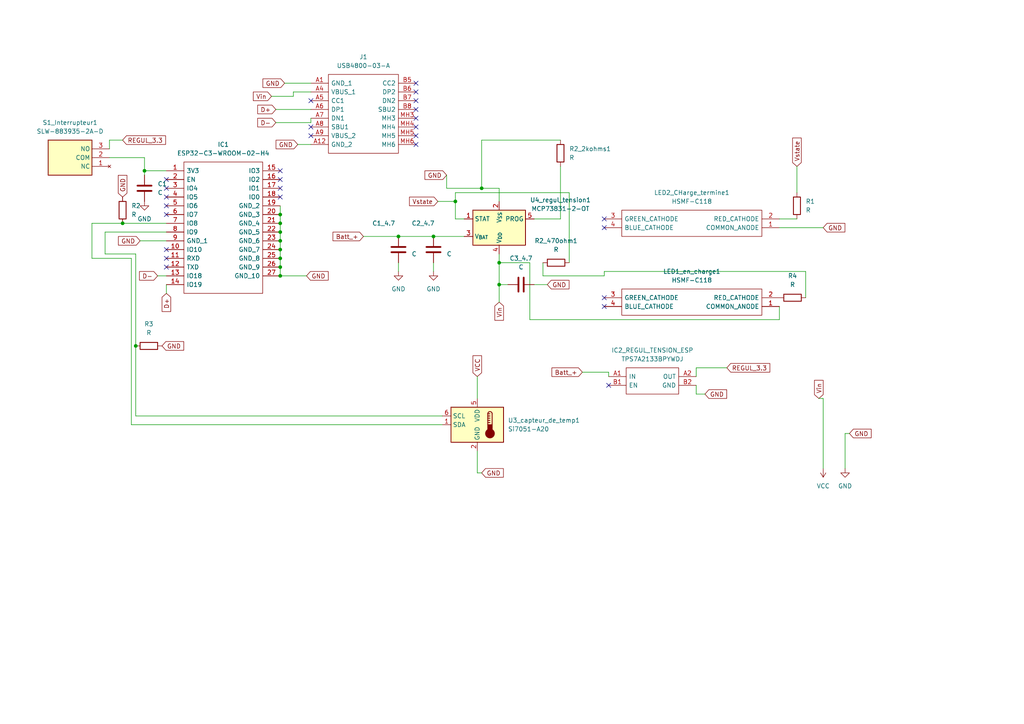
<source format=kicad_sch>
(kicad_sch (version 20230121) (generator eeschema)

  (uuid 4d9b53af-9763-47b9-a25a-1deaec03679e)

  (paper "A4")

  (lib_symbols
    (symbol "Battery_Management:MCP73831-2-OT" (in_bom yes) (on_board yes)
      (property "Reference" "U" (at -7.62 6.35 0)
        (effects (font (size 1.27 1.27)) (justify left))
      )
      (property "Value" "MCP73831-2-OT" (at 1.27 6.35 0)
        (effects (font (size 1.27 1.27)) (justify left))
      )
      (property "Footprint" "Package_TO_SOT_SMD:SOT-23-5" (at 1.27 -6.35 0)
        (effects (font (size 1.27 1.27) italic) (justify left) hide)
      )
      (property "Datasheet" "http://ww1.microchip.com/downloads/en/DeviceDoc/20001984g.pdf" (at -3.81 -1.27 0)
        (effects (font (size 1.27 1.27)) hide)
      )
      (property "ki_keywords" "battery charger lithium" (at 0 0 0)
        (effects (font (size 1.27 1.27)) hide)
      )
      (property "ki_description" "Single cell, Li-Ion/Li-Po charge management controller, 4.20V, Tri-State Status Output, in SOT23-5 package" (at 0 0 0)
        (effects (font (size 1.27 1.27)) hide)
      )
      (property "ki_fp_filters" "SOT?23*" (at 0 0 0)
        (effects (font (size 1.27 1.27)) hide)
      )
      (symbol "MCP73831-2-OT_0_1"
        (rectangle (start -7.62 5.08) (end 7.62 -5.08)
          (stroke (width 0.254) (type default))
          (fill (type background))
        )
      )
      (symbol "MCP73831-2-OT_1_1"
        (pin output line (at 10.16 -2.54 180) (length 2.54)
          (name "STAT" (effects (font (size 1.27 1.27))))
          (number "1" (effects (font (size 1.27 1.27))))
        )
        (pin power_in line (at 0 -7.62 90) (length 2.54)
          (name "V_{SS}" (effects (font (size 1.27 1.27))))
          (number "2" (effects (font (size 1.27 1.27))))
        )
        (pin power_out line (at 10.16 2.54 180) (length 2.54)
          (name "V_{BAT}" (effects (font (size 1.27 1.27))))
          (number "3" (effects (font (size 1.27 1.27))))
        )
        (pin power_in line (at 0 7.62 270) (length 2.54)
          (name "V_{DD}" (effects (font (size 1.27 1.27))))
          (number "4" (effects (font (size 1.27 1.27))))
        )
        (pin input line (at -10.16 -2.54 0) (length 2.54)
          (name "PROG" (effects (font (size 1.27 1.27))))
          (number "5" (effects (font (size 1.27 1.27))))
        )
      )
    )
    (symbol "Device:C" (pin_numbers hide) (pin_names (offset 0.254)) (in_bom yes) (on_board yes)
      (property "Reference" "C" (at 0.635 2.54 0)
        (effects (font (size 1.27 1.27)) (justify left))
      )
      (property "Value" "C" (at 0.635 -2.54 0)
        (effects (font (size 1.27 1.27)) (justify left))
      )
      (property "Footprint" "" (at 0.9652 -3.81 0)
        (effects (font (size 1.27 1.27)) hide)
      )
      (property "Datasheet" "~" (at 0 0 0)
        (effects (font (size 1.27 1.27)) hide)
      )
      (property "ki_keywords" "cap capacitor" (at 0 0 0)
        (effects (font (size 1.27 1.27)) hide)
      )
      (property "ki_description" "Unpolarized capacitor" (at 0 0 0)
        (effects (font (size 1.27 1.27)) hide)
      )
      (property "ki_fp_filters" "C_*" (at 0 0 0)
        (effects (font (size 1.27 1.27)) hide)
      )
      (symbol "C_0_1"
        (polyline
          (pts
            (xy -2.032 -0.762)
            (xy 2.032 -0.762)
          )
          (stroke (width 0.508) (type default))
          (fill (type none))
        )
        (polyline
          (pts
            (xy -2.032 0.762)
            (xy 2.032 0.762)
          )
          (stroke (width 0.508) (type default))
          (fill (type none))
        )
      )
      (symbol "C_1_1"
        (pin passive line (at 0 3.81 270) (length 2.794)
          (name "~" (effects (font (size 1.27 1.27))))
          (number "1" (effects (font (size 1.27 1.27))))
        )
        (pin passive line (at 0 -3.81 90) (length 2.794)
          (name "~" (effects (font (size 1.27 1.27))))
          (number "2" (effects (font (size 1.27 1.27))))
        )
      )
    )
    (symbol "Device:R" (pin_numbers hide) (pin_names (offset 0)) (in_bom yes) (on_board yes)
      (property "Reference" "R" (at 2.032 0 90)
        (effects (font (size 1.27 1.27)))
      )
      (property "Value" "R" (at 0 0 90)
        (effects (font (size 1.27 1.27)))
      )
      (property "Footprint" "" (at -1.778 0 90)
        (effects (font (size 1.27 1.27)) hide)
      )
      (property "Datasheet" "~" (at 0 0 0)
        (effects (font (size 1.27 1.27)) hide)
      )
      (property "ki_keywords" "R res resistor" (at 0 0 0)
        (effects (font (size 1.27 1.27)) hide)
      )
      (property "ki_description" "Resistor" (at 0 0 0)
        (effects (font (size 1.27 1.27)) hide)
      )
      (property "ki_fp_filters" "R_*" (at 0 0 0)
        (effects (font (size 1.27 1.27)) hide)
      )
      (symbol "R_0_1"
        (rectangle (start -1.016 -2.54) (end 1.016 2.54)
          (stroke (width 0.254) (type default))
          (fill (type none))
        )
      )
      (symbol "R_1_1"
        (pin passive line (at 0 3.81 270) (length 1.27)
          (name "~" (effects (font (size 1.27 1.27))))
          (number "1" (effects (font (size 1.27 1.27))))
        )
        (pin passive line (at 0 -3.81 90) (length 1.27)
          (name "~" (effects (font (size 1.27 1.27))))
          (number "2" (effects (font (size 1.27 1.27))))
        )
      )
    )
    (symbol "Projet_esp_capt:ESP32-C3-WROOM-02-H4" (pin_names (offset 0.762)) (in_bom yes) (on_board yes)
      (property "Reference" "IC" (at 29.21 7.62 0)
        (effects (font (size 1.27 1.27)) (justify left))
      )
      (property "Value" "ESP32-C3-WROOM-02-H4" (at 29.21 5.08 0)
        (effects (font (size 1.27 1.27)) (justify left))
      )
      (property "Footprint" "ESP32C3WROOM02H4" (at 29.21 2.54 0)
        (effects (font (size 1.27 1.27)) (justify left) hide)
      )
      (property "Datasheet" "https://www.mouser.in/datasheet/2/891/Espressif_Systems_04082021_ESP32_C3_WROOM_02-2295851.pdf" (at 29.21 0 0)
        (effects (font (size 1.27 1.27)) (justify left) hide)
      )
      (property "Description" "WiFi Modules (802.11) SMD module, ESP32-C3, 4MB SPI flash, PCB antenna, -40 C +105 C" (at 29.21 -2.54 0)
        (effects (font (size 1.27 1.27)) (justify left) hide)
      )
      (property "Height" "3.35" (at 29.21 -5.08 0)
        (effects (font (size 1.27 1.27)) (justify left) hide)
      )
      (property "Mouser Part Number" "356-ESP32C3WROOM02H4" (at 29.21 -7.62 0)
        (effects (font (size 1.27 1.27)) (justify left) hide)
      )
      (property "Mouser Price/Stock" "https://www.mouser.co.uk/ProductDetail/Espressif-Systems/ESP32-C3-WROOM-02-H4?qs=stqOd1AaK79%2FSA14oWtR%252Bw%3D%3D" (at 29.21 -10.16 0)
        (effects (font (size 1.27 1.27)) (justify left) hide)
      )
      (property "Manufacturer_Name" "Espressif Systems" (at 29.21 -12.7 0)
        (effects (font (size 1.27 1.27)) (justify left) hide)
      )
      (property "Manufacturer_Part_Number" "ESP32-C3-WROOM-02-H4" (at 29.21 -15.24 0)
        (effects (font (size 1.27 1.27)) (justify left) hide)
      )
      (property "ki_description" "WiFi Modules (802.11) SMD module, ESP32-C3, 4MB SPI flash, PCB antenna, -40 C +105 C" (at 0 0 0)
        (effects (font (size 1.27 1.27)) hide)
      )
      (symbol "ESP32-C3-WROOM-02-H4_0_0"
        (pin passive line (at 0 0 0) (length 5.08)
          (name "3V3" (effects (font (size 1.27 1.27))))
          (number "1" (effects (font (size 1.27 1.27))))
        )
        (pin passive line (at 0 -22.86 0) (length 5.08)
          (name "IO10" (effects (font (size 1.27 1.27))))
          (number "10" (effects (font (size 1.27 1.27))))
        )
        (pin passive line (at 0 -25.4 0) (length 5.08)
          (name "RXD" (effects (font (size 1.27 1.27))))
          (number "11" (effects (font (size 1.27 1.27))))
        )
        (pin passive line (at 0 -27.94 0) (length 5.08)
          (name "TXD" (effects (font (size 1.27 1.27))))
          (number "12" (effects (font (size 1.27 1.27))))
        )
        (pin passive line (at 0 -30.48 0) (length 5.08)
          (name "IO18" (effects (font (size 1.27 1.27))))
          (number "13" (effects (font (size 1.27 1.27))))
        )
        (pin passive line (at 0 -33.02 0) (length 5.08)
          (name "IO19" (effects (font (size 1.27 1.27))))
          (number "14" (effects (font (size 1.27 1.27))))
        )
        (pin passive line (at 33.02 0 180) (length 5.08)
          (name "IO3" (effects (font (size 1.27 1.27))))
          (number "15" (effects (font (size 1.27 1.27))))
        )
        (pin passive line (at 33.02 -2.54 180) (length 5.08)
          (name "IO2" (effects (font (size 1.27 1.27))))
          (number "16" (effects (font (size 1.27 1.27))))
        )
        (pin passive line (at 33.02 -5.08 180) (length 5.08)
          (name "IO1" (effects (font (size 1.27 1.27))))
          (number "17" (effects (font (size 1.27 1.27))))
        )
        (pin passive line (at 33.02 -7.62 180) (length 5.08)
          (name "IO0" (effects (font (size 1.27 1.27))))
          (number "18" (effects (font (size 1.27 1.27))))
        )
        (pin passive line (at 33.02 -10.16 180) (length 5.08)
          (name "GND_2" (effects (font (size 1.27 1.27))))
          (number "19" (effects (font (size 1.27 1.27))))
        )
        (pin passive line (at 0 -2.54 0) (length 5.08)
          (name "EN" (effects (font (size 1.27 1.27))))
          (number "2" (effects (font (size 1.27 1.27))))
        )
        (pin passive line (at 33.02 -12.7 180) (length 5.08)
          (name "GND_3" (effects (font (size 1.27 1.27))))
          (number "20" (effects (font (size 1.27 1.27))))
        )
        (pin passive line (at 33.02 -15.24 180) (length 5.08)
          (name "GND_4" (effects (font (size 1.27 1.27))))
          (number "21" (effects (font (size 1.27 1.27))))
        )
        (pin passive line (at 33.02 -17.78 180) (length 5.08)
          (name "GND_5" (effects (font (size 1.27 1.27))))
          (number "22" (effects (font (size 1.27 1.27))))
        )
        (pin passive line (at 33.02 -20.32 180) (length 5.08)
          (name "GND_6" (effects (font (size 1.27 1.27))))
          (number "23" (effects (font (size 1.27 1.27))))
        )
        (pin passive line (at 33.02 -22.86 180) (length 5.08)
          (name "GND_7" (effects (font (size 1.27 1.27))))
          (number "24" (effects (font (size 1.27 1.27))))
        )
        (pin passive line (at 33.02 -25.4 180) (length 5.08)
          (name "GND_8" (effects (font (size 1.27 1.27))))
          (number "25" (effects (font (size 1.27 1.27))))
        )
        (pin passive line (at 33.02 -27.94 180) (length 5.08)
          (name "GND_9" (effects (font (size 1.27 1.27))))
          (number "26" (effects (font (size 1.27 1.27))))
        )
        (pin passive line (at 33.02 -30.48 180) (length 5.08)
          (name "GND_10" (effects (font (size 1.27 1.27))))
          (number "27" (effects (font (size 1.27 1.27))))
        )
        (pin passive line (at 0 -5.08 0) (length 5.08)
          (name "IO4" (effects (font (size 1.27 1.27))))
          (number "3" (effects (font (size 1.27 1.27))))
        )
        (pin passive line (at 0 -7.62 0) (length 5.08)
          (name "IO5" (effects (font (size 1.27 1.27))))
          (number "4" (effects (font (size 1.27 1.27))))
        )
        (pin passive line (at 0 -10.16 0) (length 5.08)
          (name "IO6" (effects (font (size 1.27 1.27))))
          (number "5" (effects (font (size 1.27 1.27))))
        )
        (pin passive line (at 0 -12.7 0) (length 5.08)
          (name "IO7" (effects (font (size 1.27 1.27))))
          (number "6" (effects (font (size 1.27 1.27))))
        )
        (pin passive line (at 0 -15.24 0) (length 5.08)
          (name "IO8" (effects (font (size 1.27 1.27))))
          (number "7" (effects (font (size 1.27 1.27))))
        )
        (pin passive line (at 0 -17.78 0) (length 5.08)
          (name "IO9" (effects (font (size 1.27 1.27))))
          (number "8" (effects (font (size 1.27 1.27))))
        )
        (pin passive line (at 0 -20.32 0) (length 5.08)
          (name "GND_1" (effects (font (size 1.27 1.27))))
          (number "9" (effects (font (size 1.27 1.27))))
        )
      )
      (symbol "ESP32-C3-WROOM-02-H4_0_1"
        (polyline
          (pts
            (xy 5.08 2.54)
            (xy 27.94 2.54)
            (xy 27.94 -35.56)
            (xy 5.08 -35.56)
            (xy 5.08 2.54)
          )
          (stroke (width 0.1524) (type solid))
          (fill (type none))
        )
      )
    )
    (symbol "Projet_esp_capt:HSMF-C118" (pin_names (offset 0.762)) (in_bom yes) (on_board yes)
      (property "Reference" "LED" (at 46.99 7.62 0)
        (effects (font (size 1.27 1.27)) (justify left))
      )
      (property "Value" "HSMF-C118" (at 46.99 5.08 0)
        (effects (font (size 1.27 1.27)) (justify left))
      )
      (property "Footprint" "HSMFC118" (at 46.99 2.54 0)
        (effects (font (size 1.27 1.27)) (justify left) hide)
      )
      (property "Datasheet" "https://componentsearchengine.com/Datasheets/2/HSMF-C118.pdf" (at 46.99 0 0)
        (effects (font (size 1.27 1.27)) (justify left) hide)
      )
      (property "Description" "Broadcom HSMF-C 470 / 525 / 626 nm 3 RGB LED, 4-Pin SMD package" (at 46.99 -2.54 0)
        (effects (font (size 1.27 1.27)) (justify left) hide)
      )
      (property "Height" "1" (at 46.99 -5.08 0)
        (effects (font (size 1.27 1.27)) (justify left) hide)
      )
      (property "Manufacturer_Name" "Avago Technologies" (at 46.99 -7.62 0)
        (effects (font (size 1.27 1.27)) (justify left) hide)
      )
      (property "Manufacturer_Part_Number" "HSMF-C118" (at 46.99 -10.16 0)
        (effects (font (size 1.27 1.27)) (justify left) hide)
      )
      (property "Mouser Part Number" "630-HSMF-C118" (at 46.99 -12.7 0)
        (effects (font (size 1.27 1.27)) (justify left) hide)
      )
      (property "Mouser Price/Stock" "https://www.mouser.co.uk/ProductDetail/Broadcom-Avago/HSMF-C118?qs=YDL0qNrpDT7rPoesDcOaug%3D%3D" (at 46.99 -15.24 0)
        (effects (font (size 1.27 1.27)) (justify left) hide)
      )
      (property "Arrow Part Number" "" (at 46.99 -17.78 0)
        (effects (font (size 1.27 1.27)) (justify left) hide)
      )
      (property "Arrow Price/Stock" "" (at 46.99 -20.32 0)
        (effects (font (size 1.27 1.27)) (justify left) hide)
      )
      (property "ki_description" "Broadcom HSMF-C 470 / 525 / 626 nm 3 RGB LED, 4-Pin SMD package" (at 0 0 0)
        (effects (font (size 1.27 1.27)) hide)
      )
      (symbol "HSMF-C118_0_0"
        (pin passive line (at 50.8 -2.54 180) (length 5.08)
          (name "COMMON_ANODE" (effects (font (size 1.27 1.27))))
          (number "1" (effects (font (size 1.27 1.27))))
        )
        (pin passive line (at 50.8 0 180) (length 5.08)
          (name "RED_CATHODE" (effects (font (size 1.27 1.27))))
          (number "2" (effects (font (size 1.27 1.27))))
        )
        (pin passive line (at 0 0 0) (length 5.08)
          (name "GREEN_CATHODE" (effects (font (size 1.27 1.27))))
          (number "3" (effects (font (size 1.27 1.27))))
        )
        (pin passive line (at 0 -2.54 0) (length 5.08)
          (name "BLUE_CATHODE" (effects (font (size 1.27 1.27))))
          (number "4" (effects (font (size 1.27 1.27))))
        )
      )
      (symbol "HSMF-C118_0_1"
        (polyline
          (pts
            (xy 5.08 2.54)
            (xy 45.72 2.54)
            (xy 45.72 -5.08)
            (xy 5.08 -5.08)
            (xy 5.08 2.54)
          )
          (stroke (width 0.1524) (type solid))
          (fill (type none))
        )
      )
    )
    (symbol "Projet_esp_capt:TPS7A2133BPYWDJ" (pin_names (offset 0.762)) (in_bom yes) (on_board yes)
      (property "Reference" "IC" (at 21.59 7.62 0)
        (effects (font (size 1.27 1.27)) (justify left))
      )
      (property "Value" "TPS7A2133BPYWDJ" (at 21.59 5.08 0)
        (effects (font (size 1.27 1.27)) (justify left))
      )
      (property "Footprint" "TPS7A2133BPYWDJ" (at 21.59 2.54 0)
        (effects (font (size 1.27 1.27)) (justify left) hide)
      )
      (property "Datasheet" "https://www.ti.com/general/docs/suppproductinfo.tsp?distId=26&gotoUrl=https://www.ti.com/lit/gpn/tps7a21" (at 21.59 0 0)
        (effects (font (size 1.27 1.27)) (justify left) hide)
      )
      (property "Description" "LDO Voltage Regulators 500-mA, low-noise ultra-low-IQ high-PSRR low-dropout (LDO) voltage regulator" (at 21.59 -2.54 0)
        (effects (font (size 1.27 1.27)) (justify left) hide)
      )
      (property "Height" "0.3" (at 21.59 -5.08 0)
        (effects (font (size 1.27 1.27)) (justify left) hide)
      )
      (property "Manufacturer_Name" "Texas Instruments" (at 21.59 -7.62 0)
        (effects (font (size 1.27 1.27)) (justify left) hide)
      )
      (property "Manufacturer_Part_Number" "TPS7A2133BPYWDJ" (at 21.59 -10.16 0)
        (effects (font (size 1.27 1.27)) (justify left) hide)
      )
      (property "Mouser Part Number" "595-TPS7A2133BPYWDJ" (at 21.59 -12.7 0)
        (effects (font (size 1.27 1.27)) (justify left) hide)
      )
      (property "Mouser Price/Stock" "https://www.mouser.co.uk/ProductDetail/Texas-Instruments/TPS7A2133BPYWDJ?qs=amGC7iS6iy8eQMMX76cNEA%3D%3D" (at 21.59 -15.24 0)
        (effects (font (size 1.27 1.27)) (justify left) hide)
      )
      (property "Arrow Part Number" "TPS7A2133BPYWDJ" (at 21.59 -17.78 0)
        (effects (font (size 1.27 1.27)) (justify left) hide)
      )
      (property "Arrow Price/Stock" "https://www.arrow.com/en/products/tps7a2133bpywdj/texas-instruments?region=nac" (at 21.59 -20.32 0)
        (effects (font (size 1.27 1.27)) (justify left) hide)
      )
      (property "ki_description" "LDO Voltage Regulators 500-mA, low-noise ultra-low-IQ high-PSRR low-dropout (LDO) voltage regulator" (at 0 0 0)
        (effects (font (size 1.27 1.27)) hide)
      )
      (symbol "TPS7A2133BPYWDJ_0_0"
        (pin passive line (at 0 0 0) (length 5.08)
          (name "IN" (effects (font (size 1.27 1.27))))
          (number "A1" (effects (font (size 1.27 1.27))))
        )
        (pin passive line (at 25.4 0 180) (length 5.08)
          (name "OUT" (effects (font (size 1.27 1.27))))
          (number "A2" (effects (font (size 1.27 1.27))))
        )
        (pin passive line (at 0 -2.54 0) (length 5.08)
          (name "EN" (effects (font (size 1.27 1.27))))
          (number "B1" (effects (font (size 1.27 1.27))))
        )
        (pin passive line (at 25.4 -2.54 180) (length 5.08)
          (name "GND" (effects (font (size 1.27 1.27))))
          (number "B2" (effects (font (size 1.27 1.27))))
        )
      )
      (symbol "TPS7A2133BPYWDJ_0_1"
        (polyline
          (pts
            (xy 5.08 2.54)
            (xy 20.32 2.54)
            (xy 20.32 -5.08)
            (xy 5.08 -5.08)
            (xy 5.08 2.54)
          )
          (stroke (width 0.1524) (type solid))
          (fill (type none))
        )
      )
    )
    (symbol "Projet_esp_capt:USB4800-03-A" (pin_names (offset 0.762)) (in_bom yes) (on_board yes)
      (property "Reference" "J" (at 26.67 7.62 0)
        (effects (font (size 1.27 1.27)) (justify left))
      )
      (property "Value" "USB4800-03-A" (at 26.67 5.08 0)
        (effects (font (size 1.27 1.27)) (justify left))
      )
      (property "Footprint" "USB480003A" (at 26.67 2.54 0)
        (effects (font (size 1.27 1.27)) (justify left) hide)
      )
      (property "Datasheet" "https://gct.co/connector/usb4800" (at 26.67 0 0)
        (effects (font (size 1.27 1.27)) (justify left) hide)
      )
      (property "Description" "USB Connectors USB2.0 Type C Rcpt, SMT, Hrz, 3.5mm elevated, 16 Pin" (at 26.67 -2.54 0)
        (effects (font (size 1.27 1.27)) (justify left) hide)
      )
      (property "Height" "5.58" (at 26.67 -5.08 0)
        (effects (font (size 1.27 1.27)) (justify left) hide)
      )
      (property "Mouser Part Number" "640-USB4800-03-A" (at 26.67 -7.62 0)
        (effects (font (size 1.27 1.27)) (justify left) hide)
      )
      (property "Mouser Price/Stock" "https://www.mouser.co.uk/ProductDetail/GCT/USB4800-03-A?qs=vvQtp7zwQdMkfG8vViEZoQ%3D%3D" (at 26.67 -10.16 0)
        (effects (font (size 1.27 1.27)) (justify left) hide)
      )
      (property "Manufacturer_Name" "GCT (GLOBAL CONNECTOR TECHNOLOGY)" (at 26.67 -12.7 0)
        (effects (font (size 1.27 1.27)) (justify left) hide)
      )
      (property "Manufacturer_Part_Number" "USB4800-03-A" (at 26.67 -15.24 0)
        (effects (font (size 1.27 1.27)) (justify left) hide)
      )
      (property "ki_description" "USB Connectors USB2.0 Type C Rcpt, SMT, Hrz, 3.5mm elevated, 16 Pin" (at 0 0 0)
        (effects (font (size 1.27 1.27)) hide)
      )
      (symbol "USB4800-03-A_0_0"
        (pin passive line (at 0 0 0) (length 5.08)
          (name "GND_1" (effects (font (size 1.27 1.27))))
          (number "A1" (effects (font (size 1.27 1.27))))
        )
        (pin passive line (at 0 -17.78 0) (length 5.08)
          (name "GND_2" (effects (font (size 1.27 1.27))))
          (number "A12" (effects (font (size 1.27 1.27))))
        )
        (pin passive line (at 0 -2.54 0) (length 5.08)
          (name "VBUS_1" (effects (font (size 1.27 1.27))))
          (number "A4" (effects (font (size 1.27 1.27))))
        )
        (pin passive line (at 0 -5.08 0) (length 5.08)
          (name "CC1" (effects (font (size 1.27 1.27))))
          (number "A5" (effects (font (size 1.27 1.27))))
        )
        (pin passive line (at 0 -7.62 0) (length 5.08)
          (name "DP1" (effects (font (size 1.27 1.27))))
          (number "A6" (effects (font (size 1.27 1.27))))
        )
        (pin passive line (at 0 -10.16 0) (length 5.08)
          (name "DN1" (effects (font (size 1.27 1.27))))
          (number "A7" (effects (font (size 1.27 1.27))))
        )
        (pin passive line (at 0 -12.7 0) (length 5.08)
          (name "SBU1" (effects (font (size 1.27 1.27))))
          (number "A8" (effects (font (size 1.27 1.27))))
        )
        (pin passive line (at 0 -15.24 0) (length 5.08)
          (name "VBUS_2" (effects (font (size 1.27 1.27))))
          (number "A9" (effects (font (size 1.27 1.27))))
        )
        (pin passive line (at 30.48 0 180) (length 5.08)
          (name "CC2" (effects (font (size 1.27 1.27))))
          (number "B5" (effects (font (size 1.27 1.27))))
        )
        (pin passive line (at 30.48 -2.54 180) (length 5.08)
          (name "DP2" (effects (font (size 1.27 1.27))))
          (number "B6" (effects (font (size 1.27 1.27))))
        )
        (pin passive line (at 30.48 -5.08 180) (length 5.08)
          (name "DN2" (effects (font (size 1.27 1.27))))
          (number "B7" (effects (font (size 1.27 1.27))))
        )
        (pin passive line (at 30.48 -7.62 180) (length 5.08)
          (name "SBU2" (effects (font (size 1.27 1.27))))
          (number "B8" (effects (font (size 1.27 1.27))))
        )
        (pin passive line (at 30.48 -10.16 180) (length 5.08)
          (name "MH3" (effects (font (size 1.27 1.27))))
          (number "MH3" (effects (font (size 1.27 1.27))))
        )
        (pin passive line (at 30.48 -12.7 180) (length 5.08)
          (name "MH4" (effects (font (size 1.27 1.27))))
          (number "MH4" (effects (font (size 1.27 1.27))))
        )
        (pin passive line (at 30.48 -15.24 180) (length 5.08)
          (name "MH5" (effects (font (size 1.27 1.27))))
          (number "MH5" (effects (font (size 1.27 1.27))))
        )
        (pin passive line (at 30.48 -17.78 180) (length 5.08)
          (name "MH6" (effects (font (size 1.27 1.27))))
          (number "MH6" (effects (font (size 1.27 1.27))))
        )
      )
      (symbol "USB4800-03-A_0_1"
        (polyline
          (pts
            (xy 5.08 2.54)
            (xy 25.4 2.54)
            (xy 25.4 -20.32)
            (xy 5.08 -20.32)
            (xy 5.08 2.54)
          )
          (stroke (width 0.1524) (type solid))
          (fill (type none))
        )
      )
    )
    (symbol "SLW-883935-2A-D:SLW-883935-2A-D" (in_bom yes) (on_board yes)
      (property "Reference" "S" (at 19.05 7.62 0)
        (effects (font (size 1.27 1.27)) (justify left top))
      )
      (property "Value" "SLW-883935-2A-D" (at 19.05 5.08 0)
        (effects (font (size 1.27 1.27)) (justify left top))
      )
      (property "Footprint" "SLW8839352AD" (at 19.05 -94.92 0)
        (effects (font (size 1.27 1.27)) (justify left top) hide)
      )
      (property "Datasheet" "https://www.cuidevices.com/product/resource/pdf/slw-883935-2a-d.pdf" (at 19.05 -194.92 0)
        (effects (font (size 1.27 1.27)) (justify left top) hide)
      )
      (property "Height" "6.1" (at 19.05 -394.92 0)
        (effects (font (size 1.27 1.27)) (justify left top) hide)
      )
      (property "Mouser Part Number" "179-SLW-883935-2A-D" (at 19.05 -494.92 0)
        (effects (font (size 1.27 1.27)) (justify left top) hide)
      )
      (property "Mouser Price/Stock" "https://www.mouser.co.uk/ProductDetail/CUI-Devices/SLW-883935-2A-D?qs=1Kr7Jg1SGW%2Fv9j8ky6fn%2FQ%3D%3D" (at 19.05 -594.92 0)
        (effects (font (size 1.27 1.27)) (justify left top) hide)
      )
      (property "Manufacturer_Name" "CUI Devices" (at 19.05 -694.92 0)
        (effects (font (size 1.27 1.27)) (justify left top) hide)
      )
      (property "Manufacturer_Part_Number" "SLW-883935-2A-D" (at 19.05 -794.92 0)
        (effects (font (size 1.27 1.27)) (justify left top) hide)
      )
      (property "ki_description" "Slide Switches 8.8 x 3.9 x 3.5 mm, 2 mm Raised Slide Actuator, Right-Angle, Through Hole" (at 0 0 0)
        (effects (font (size 1.27 1.27)) hide)
      )
      (symbol "SLW-883935-2A-D_1_1"
        (rectangle (start 5.08 2.54) (end 17.78 -7.62)
          (stroke (width 0.254) (type default))
          (fill (type background))
        )
        (pin no_connect line (at 0 0 0) (length 5.08)
          (name "NC" (effects (font (size 1.27 1.27))))
          (number "1" (effects (font (size 1.27 1.27))))
        )
        (pin passive line (at 0 -2.54 0) (length 5.08)
          (name "COM" (effects (font (size 1.27 1.27))))
          (number "2" (effects (font (size 1.27 1.27))))
        )
        (pin passive line (at 0 -5.08 0) (length 5.08)
          (name "NO" (effects (font (size 1.27 1.27))))
          (number "3" (effects (font (size 1.27 1.27))))
        )
      )
    )
    (symbol "Sensor_Temperature:Si7051-A20" (in_bom yes) (on_board yes)
      (property "Reference" "U" (at -6.35 6.35 0)
        (effects (font (size 1.27 1.27)))
      )
      (property "Value" "Si7051-A20" (at 7.62 6.35 0)
        (effects (font (size 1.27 1.27)))
      )
      (property "Footprint" "Package_DFN_QFN:DFN-6-1EP_3x3mm_P1mm_EP1.65x2.55mm" (at 0 -10.16 0)
        (effects (font (size 1.27 1.27)) hide)
      )
      (property "Datasheet" "https://www.silabs.com/documents/public/data-sheets/Si7050-1-3-4-5-A20.pdf" (at -5.08 7.62 0)
        (effects (font (size 1.27 1.27)) hide)
      )
      (property "ki_keywords" "I2C Temperature Sensor" (at 0 0 0)
        (effects (font (size 1.27 1.27)) hide)
      )
      (property "ki_description" "I2C Temperature Sensor, ±0.1ºC, DFN-6" (at 0 0 0)
        (effects (font (size 1.27 1.27)) hide)
      )
      (property "ki_fp_filters" "DFN*1EP*3x3mm*P1mm*" (at 0 0 0)
        (effects (font (size 1.27 1.27)) hide)
      )
      (symbol "Si7051-A20_0_1"
        (rectangle (start -7.62 5.08) (end 7.62 -5.08)
          (stroke (width 0.254) (type default))
          (fill (type background))
        )
      )
      (symbol "Si7051-A20_1_1"
        (polyline
          (pts
            (xy 3.048 0.635)
            (xy 3.683 0.635)
          )
          (stroke (width 0.254) (type default))
          (fill (type none))
        )
        (polyline
          (pts
            (xy 3.048 1.27)
            (xy 3.683 1.27)
          )
          (stroke (width 0.254) (type default))
          (fill (type none))
        )
        (polyline
          (pts
            (xy 3.048 1.905)
            (xy 3.683 1.905)
          )
          (stroke (width 0.254) (type default))
          (fill (type none))
        )
        (polyline
          (pts
            (xy 3.048 2.54)
            (xy 3.683 2.54)
          )
          (stroke (width 0.254) (type default))
          (fill (type none))
        )
        (polyline
          (pts
            (xy 3.048 3.175)
            (xy 3.048 0)
          )
          (stroke (width 0.254) (type default))
          (fill (type none))
        )
        (polyline
          (pts
            (xy 3.048 3.175)
            (xy 3.683 3.175)
          )
          (stroke (width 0.254) (type default))
          (fill (type none))
        )
        (polyline
          (pts
            (xy 4.318 3.175)
            (xy 4.318 0)
          )
          (stroke (width 0.254) (type default))
          (fill (type none))
        )
        (circle (center 3.683 -2.54) (radius 1.27)
          (stroke (width 0.254) (type default))
          (fill (type outline))
        )
        (rectangle (start 4.318 -1.905) (end 3.048 0)
          (stroke (width 0.254) (type default))
          (fill (type outline))
        )
        (arc (start 4.318 3.175) (mid 3.683 3.8073) (end 3.048 3.175)
          (stroke (width 0.254) (type default))
          (fill (type none))
        )
        (pin bidirectional line (at -10.16 0 0) (length 2.54)
          (name "SDA" (effects (font (size 1.27 1.27))))
          (number "1" (effects (font (size 1.27 1.27))))
        )
        (pin power_in line (at 0 -7.62 90) (length 2.54)
          (name "GND" (effects (font (size 1.27 1.27))))
          (number "2" (effects (font (size 1.27 1.27))))
        )
        (pin no_connect line (at 7.62 2.54 180) (length 2.54) hide
          (name "NC" (effects (font (size 1.27 1.27))))
          (number "3" (effects (font (size 1.27 1.27))))
        )
        (pin no_connect line (at 7.62 -2.54 180) (length 2.54) hide
          (name "NC" (effects (font (size 1.27 1.27))))
          (number "4" (effects (font (size 1.27 1.27))))
        )
        (pin power_in line (at 0 7.62 270) (length 2.54)
          (name "VDD" (effects (font (size 1.27 1.27))))
          (number "5" (effects (font (size 1.27 1.27))))
        )
        (pin input line (at -10.16 2.54 0) (length 2.54)
          (name "SCL" (effects (font (size 1.27 1.27))))
          (number "6" (effects (font (size 1.27 1.27))))
        )
      )
    )
    (symbol "power:GND" (power) (pin_names (offset 0)) (in_bom yes) (on_board yes)
      (property "Reference" "#PWR" (at 0 -6.35 0)
        (effects (font (size 1.27 1.27)) hide)
      )
      (property "Value" "GND" (at 0 -3.81 0)
        (effects (font (size 1.27 1.27)))
      )
      (property "Footprint" "" (at 0 0 0)
        (effects (font (size 1.27 1.27)) hide)
      )
      (property "Datasheet" "" (at 0 0 0)
        (effects (font (size 1.27 1.27)) hide)
      )
      (property "ki_keywords" "global power" (at 0 0 0)
        (effects (font (size 1.27 1.27)) hide)
      )
      (property "ki_description" "Power symbol creates a global label with name \"GND\" , ground" (at 0 0 0)
        (effects (font (size 1.27 1.27)) hide)
      )
      (symbol "GND_0_1"
        (polyline
          (pts
            (xy 0 0)
            (xy 0 -1.27)
            (xy 1.27 -1.27)
            (xy 0 -2.54)
            (xy -1.27 -1.27)
            (xy 0 -1.27)
          )
          (stroke (width 0) (type default))
          (fill (type none))
        )
      )
      (symbol "GND_1_1"
        (pin power_in line (at 0 0 270) (length 0) hide
          (name "GND" (effects (font (size 1.27 1.27))))
          (number "1" (effects (font (size 1.27 1.27))))
        )
      )
    )
    (symbol "power:VCC" (power) (pin_names (offset 0)) (in_bom yes) (on_board yes)
      (property "Reference" "#PWR" (at 0 -3.81 0)
        (effects (font (size 1.27 1.27)) hide)
      )
      (property "Value" "VCC" (at 0 3.81 0)
        (effects (font (size 1.27 1.27)))
      )
      (property "Footprint" "" (at 0 0 0)
        (effects (font (size 1.27 1.27)) hide)
      )
      (property "Datasheet" "" (at 0 0 0)
        (effects (font (size 1.27 1.27)) hide)
      )
      (property "ki_keywords" "global power" (at 0 0 0)
        (effects (font (size 1.27 1.27)) hide)
      )
      (property "ki_description" "Power symbol creates a global label with name \"VCC\"" (at 0 0 0)
        (effects (font (size 1.27 1.27)) hide)
      )
      (symbol "VCC_0_1"
        (polyline
          (pts
            (xy -0.762 1.27)
            (xy 0 2.54)
          )
          (stroke (width 0) (type default))
          (fill (type none))
        )
        (polyline
          (pts
            (xy 0 0)
            (xy 0 2.54)
          )
          (stroke (width 0) (type default))
          (fill (type none))
        )
        (polyline
          (pts
            (xy 0 2.54)
            (xy 0.762 1.27)
          )
          (stroke (width 0) (type default))
          (fill (type none))
        )
      )
      (symbol "VCC_1_1"
        (pin power_in line (at 0 0 90) (length 0) hide
          (name "VCC" (effects (font (size 1.27 1.27))))
          (number "1" (effects (font (size 1.27 1.27))))
        )
      )
    )
  )

  (junction (at 139.7 54.61) (diameter 0) (color 0 0 0 0)
    (uuid 081ff2f4-6542-40ad-bcc7-c6bd5ccc3867)
  )
  (junction (at 35.56 64.77) (diameter 0) (color 0 0 0 0)
    (uuid 09ff27a9-301a-4cc7-be0b-b451cfd55e13)
  )
  (junction (at 81.28 69.85) (diameter 0) (color 0 0 0 0)
    (uuid 1206422e-c725-4e6e-8a33-4ce5e10a8a77)
  )
  (junction (at 125.73 68.58) (diameter 0) (color 0 0 0 0)
    (uuid 21af317f-569b-41d8-99d2-7347d08bd3b5)
  )
  (junction (at 81.28 72.39) (diameter 0) (color 0 0 0 0)
    (uuid 3e5b2e06-4ba7-4f06-9d3f-353df0956521)
  )
  (junction (at 132.08 58.42) (diameter 0) (color 0 0 0 0)
    (uuid 4139fd86-0947-44d8-9f9c-e02694526ad2)
  )
  (junction (at 81.28 74.93) (diameter 0) (color 0 0 0 0)
    (uuid 4c869139-9e29-4728-b979-3485b1bd1cfd)
  )
  (junction (at 81.28 77.47) (diameter 0) (color 0 0 0 0)
    (uuid 66c38d28-38b5-4b56-8ba0-e3784a8d8ada)
  )
  (junction (at 144.78 76.2) (diameter 0) (color 0 0 0 0)
    (uuid 855e3240-1710-4e1e-97df-0e1227d5f0f8)
  )
  (junction (at 115.57 68.58) (diameter 0) (color 0 0 0 0)
    (uuid 89f99944-8447-405f-8cd8-9df856f66572)
  )
  (junction (at 81.28 62.23) (diameter 0) (color 0 0 0 0)
    (uuid a3fd9f7b-302e-4f18-acd3-6f88b1b64f4c)
  )
  (junction (at 39.37 100.33) (diameter 0) (color 0 0 0 0)
    (uuid a7563160-5227-4e21-8ba0-9a324b7fcb07)
  )
  (junction (at 81.28 64.77) (diameter 0) (color 0 0 0 0)
    (uuid c24b3220-dbf7-487c-9b6b-91d0a8b1185a)
  )
  (junction (at 41.91 49.53) (diameter 0) (color 0 0 0 0)
    (uuid c7b1ceb2-df74-4f89-bb83-e7c12fe7e549)
  )
  (junction (at 144.78 82.55) (diameter 0) (color 0 0 0 0)
    (uuid e69f2428-3e5f-4d8d-b63e-d9608994eb1a)
  )
  (junction (at 81.28 67.31) (diameter 0) (color 0 0 0 0)
    (uuid f2c26585-6c9c-4c2b-8e26-db78172868ef)
  )
  (junction (at 81.28 80.01) (diameter 0) (color 0 0 0 0)
    (uuid fdb48c1f-312d-48ab-b9c8-86749cdbb2a0)
  )

  (no_connect (at 120.65 41.91) (uuid 04f9e1d4-86ad-4bc2-bfac-97838d0872eb))
  (no_connect (at 48.26 77.47) (uuid 0736e926-8d6c-4014-b04a-94b2383673e8))
  (no_connect (at 120.65 31.75) (uuid 0b3f6f3e-3439-410c-a840-a658bf9b21cc))
  (no_connect (at 120.65 29.21) (uuid 1920dab4-6078-4e19-8037-fc6f0437c750))
  (no_connect (at 48.26 57.15) (uuid 25785563-9dbc-4153-8397-626574fb32d0))
  (no_connect (at 48.26 54.61) (uuid 2e6291f7-6fd7-4a8e-834d-c77c34d5f821))
  (no_connect (at 81.28 52.07) (uuid 3875c069-14a7-4980-8c33-71b7d45b07d6))
  (no_connect (at 176.53 111.76) (uuid 3ecca848-9c23-4dda-a30e-a42eb29c9a6e))
  (no_connect (at 81.28 49.53) (uuid 415a4c1a-04e1-42e7-9f7d-77698619581a))
  (no_connect (at 48.26 59.69) (uuid 43aa67fc-b8af-4324-8c60-a3f1ce06ba3e))
  (no_connect (at 175.26 63.5) (uuid 52cc3e40-2577-40c7-a6e9-f154f8796ca4))
  (no_connect (at 48.26 62.23) (uuid 68167fac-ff81-4f6b-bb89-ea0ea34ed336))
  (no_connect (at 175.26 66.04) (uuid 6d8efcc5-fdb7-40a9-bbf7-a961ecbfacdc))
  (no_connect (at 175.26 86.36) (uuid 6e3b52b1-2cc4-4358-9edb-3b518188dc3c))
  (no_connect (at 120.65 24.13) (uuid 7a66dc04-a13d-456c-9a9a-161b7b02f53d))
  (no_connect (at 48.26 72.39) (uuid 8b2c0218-d356-43ac-8497-599b23c8ce3f))
  (no_connect (at 48.26 52.07) (uuid a7d42442-f996-4dd0-b00f-7a4a8ee92b77))
  (no_connect (at 120.65 39.37) (uuid aa633007-c961-4d41-b3ec-dc08db395179))
  (no_connect (at 120.65 34.29) (uuid af8926e2-05ef-4f2d-9381-4839c7f76a49))
  (no_connect (at 81.28 54.61) (uuid b677c975-d475-4bd1-9c27-87b115ebdc3c))
  (no_connect (at 90.17 29.21) (uuid c24e7dde-5795-4623-85cd-ff0bdfe337fd))
  (no_connect (at 81.28 57.15) (uuid d5f1b026-066e-4544-9010-9e36f9a1fdbc))
  (no_connect (at 90.17 36.83) (uuid d65adab1-bd9d-437a-ad91-729b743e66b6))
  (no_connect (at 120.65 36.83) (uuid de6fa4d8-5503-4930-a40b-6462c048e24b))
  (no_connect (at 90.17 39.37) (uuid df6f102a-f07c-4f11-9d96-d0e6b1a88379))
  (no_connect (at 48.26 74.93) (uuid f0cd01b6-a225-4a34-8ef8-bdfecc2eb13e))
  (no_connect (at 120.65 26.67) (uuid f8e24cb5-db70-4418-b746-c142c87157dc))
  (no_connect (at 175.26 88.9) (uuid fb12550a-0fd6-4197-8841-fe9c67194d46))

  (wire (pts (xy 175.26 80.01) (xy 157.48 80.01))
    (stroke (width 0) (type default))
    (uuid 0723d295-fc24-483b-ac13-7c0dc5dd9bfe)
  )
  (wire (pts (xy 132.08 58.42) (xy 132.08 63.5))
    (stroke (width 0) (type default))
    (uuid 0967b9bc-0946-4578-968a-305f3c867d23)
  )
  (wire (pts (xy 162.56 40.64) (xy 139.7 40.64))
    (stroke (width 0) (type default))
    (uuid 15055d4f-4bbc-4e7d-9036-1cd3f29814e2)
  )
  (wire (pts (xy 144.78 54.61) (xy 144.78 58.42))
    (stroke (width 0) (type default))
    (uuid 18491338-792b-4636-94e1-0a6a1073e30a)
  )
  (wire (pts (xy 81.28 64.77) (xy 81.28 67.31))
    (stroke (width 0) (type default))
    (uuid 1a6ed19e-9f2d-49e2-aeb3-dcb3494c9d88)
  )
  (wire (pts (xy 138.43 109.22) (xy 138.43 115.57))
    (stroke (width 0) (type default))
    (uuid 1aa670cc-84ce-43ab-ad45-f251fcb517f4)
  )
  (wire (pts (xy 31.75 45.72) (xy 41.91 45.72))
    (stroke (width 0) (type default))
    (uuid 1d93c961-4702-4bbb-b1a7-8407fb942b6a)
  )
  (wire (pts (xy 129.54 54.61) (xy 139.7 54.61))
    (stroke (width 0) (type default))
    (uuid 2293a94a-53c5-4cba-9668-11705124c40f)
  )
  (wire (pts (xy 39.37 100.33) (xy 39.37 120.65))
    (stroke (width 0) (type default))
    (uuid 2cee54ef-5ab7-4863-9d70-ec0fc8677068)
  )
  (wire (pts (xy 105.41 68.58) (xy 115.57 68.58))
    (stroke (width 0) (type default))
    (uuid 2cfc38e3-f958-4750-a2a0-62b60ae99017)
  )
  (wire (pts (xy 80.01 35.56) (xy 90.17 35.56))
    (stroke (width 0) (type default))
    (uuid 2d7edb6e-66ab-473b-8eb1-a605ae3665dc)
  )
  (wire (pts (xy 81.28 74.93) (xy 81.28 77.47))
    (stroke (width 0) (type default))
    (uuid 2e27a75f-2fb3-4f4f-a4f2-2b5baa914acd)
  )
  (wire (pts (xy 226.06 63.5) (xy 231.14 63.5))
    (stroke (width 0) (type default))
    (uuid 2e40cf2d-a791-4487-995c-9fb65bfd88dd)
  )
  (wire (pts (xy 175.26 78.74) (xy 175.26 80.01))
    (stroke (width 0) (type default))
    (uuid 2e81e138-10fb-461a-b1c4-59744f99359a)
  )
  (wire (pts (xy 81.28 72.39) (xy 81.28 74.93))
    (stroke (width 0) (type default))
    (uuid 2fb31bd5-fd0a-42f5-8a58-2b4b319a08b1)
  )
  (wire (pts (xy 226.06 88.9) (xy 226.06 92.71))
    (stroke (width 0) (type default))
    (uuid 311c0c6b-451d-4b4c-8a6e-6a3bd03acb0d)
  )
  (wire (pts (xy 35.56 40.64) (xy 31.75 40.64))
    (stroke (width 0) (type default))
    (uuid 3bb57215-3948-46ec-a6d6-ba660c36b368)
  )
  (wire (pts (xy 38.1 74.93) (xy 38.1 123.19))
    (stroke (width 0) (type default))
    (uuid 3c43b640-0f35-4a87-a592-15ce83549a3a)
  )
  (wire (pts (xy 30.48 67.31) (xy 30.48 73.66))
    (stroke (width 0) (type default))
    (uuid 3ca3f7c1-4710-4940-84a9-0335e821316d)
  )
  (wire (pts (xy 144.78 82.55) (xy 147.32 82.55))
    (stroke (width 0) (type default))
    (uuid 3e618270-a266-43e2-affe-ecdae2074d5e)
  )
  (wire (pts (xy 125.73 76.2) (xy 125.73 78.74))
    (stroke (width 0) (type default))
    (uuid 40e08699-0848-49b5-a15c-5bb15f315c9f)
  )
  (wire (pts (xy 125.73 68.58) (xy 134.62 68.58))
    (stroke (width 0) (type default))
    (uuid 4209de35-60c0-4250-900a-5d5266b91ac2)
  )
  (wire (pts (xy 139.7 40.64) (xy 139.7 54.61))
    (stroke (width 0) (type default))
    (uuid 48f806d4-7f4f-4bd9-9849-2df497907100)
  )
  (wire (pts (xy 175.26 78.74) (xy 233.68 78.74))
    (stroke (width 0) (type default))
    (uuid 53b570d2-05b4-4924-8295-07e5b6bcae45)
  )
  (wire (pts (xy 165.1 76.2) (xy 165.1 55.88))
    (stroke (width 0) (type default))
    (uuid 5544f289-f1de-43d7-a2a7-08463b30950f)
  )
  (wire (pts (xy 81.28 69.85) (xy 81.28 72.39))
    (stroke (width 0) (type default))
    (uuid 598ff821-c014-450f-bdce-f17427d3457d)
  )
  (wire (pts (xy 38.1 123.19) (xy 128.27 123.19))
    (stroke (width 0) (type default))
    (uuid 5b2270c1-07c4-45a8-b84c-4b985842bb64)
  )
  (wire (pts (xy 139.7 54.61) (xy 144.78 54.61))
    (stroke (width 0) (type default))
    (uuid 5ef507d5-49cd-409d-8a6b-0f1f52546bee)
  )
  (wire (pts (xy 48.26 82.55) (xy 48.26 85.09))
    (stroke (width 0) (type default))
    (uuid 5fb2ef2f-9547-4316-b6cd-99430d25fc77)
  )
  (wire (pts (xy 154.94 82.55) (xy 158.75 82.55))
    (stroke (width 0) (type default))
    (uuid 60b1ea7b-b85c-4ccc-bde7-00203475d2a5)
  )
  (wire (pts (xy 26.67 64.77) (xy 35.56 64.77))
    (stroke (width 0) (type default))
    (uuid 618529e7-8e1f-44c7-977d-32f15b1500e3)
  )
  (wire (pts (xy 144.78 82.55) (xy 144.78 87.63))
    (stroke (width 0) (type default))
    (uuid 633d3065-0568-4a02-8ae4-f5e15715a020)
  )
  (wire (pts (xy 81.28 77.47) (xy 81.28 80.01))
    (stroke (width 0) (type default))
    (uuid 6350901c-fa64-4711-bc5b-dba64610d8d2)
  )
  (wire (pts (xy 132.08 63.5) (xy 134.62 63.5))
    (stroke (width 0) (type default))
    (uuid 65cbc6ce-5530-4dad-825e-cf6353d17ee6)
  )
  (wire (pts (xy 165.1 55.88) (xy 132.08 55.88))
    (stroke (width 0) (type default))
    (uuid 665b4dce-cea7-4cd4-a1d7-2ee14064d738)
  )
  (wire (pts (xy 168.91 107.95) (xy 176.53 107.95))
    (stroke (width 0) (type default))
    (uuid 6694bd38-e63c-481f-8678-51b806c4c2b2)
  )
  (wire (pts (xy 144.78 73.66) (xy 144.78 76.2))
    (stroke (width 0) (type default))
    (uuid 6caca9e0-3f91-4570-9780-2d2648067ac6)
  )
  (wire (pts (xy 45.72 80.01) (xy 48.26 80.01))
    (stroke (width 0) (type default))
    (uuid 70d353ba-a4b8-49b6-af88-abdcc177e69c)
  )
  (wire (pts (xy 115.57 68.58) (xy 125.73 68.58))
    (stroke (width 0) (type default))
    (uuid 73134d80-14c1-4290-bc64-80987d65cb02)
  )
  (wire (pts (xy 233.68 78.74) (xy 233.68 86.36))
    (stroke (width 0) (type default))
    (uuid 759da1e0-93ce-4ed6-8d26-5f1fb0d89082)
  )
  (wire (pts (xy 231.14 48.26) (xy 231.14 55.88))
    (stroke (width 0) (type default))
    (uuid 77ac9ec8-9aee-44bf-a94e-cca13714950a)
  )
  (wire (pts (xy 132.08 55.88) (xy 132.08 58.42))
    (stroke (width 0) (type default))
    (uuid 7866359b-e765-4a44-b445-7ca54ca083b5)
  )
  (wire (pts (xy 154.94 63.5) (xy 162.56 63.5))
    (stroke (width 0) (type default))
    (uuid 7addc58b-6d83-4894-ae08-b464b535c50e)
  )
  (wire (pts (xy 39.37 73.66) (xy 39.37 100.33))
    (stroke (width 0) (type default))
    (uuid 7d29c6d7-1cec-4475-886f-2d8725fc42a2)
  )
  (wire (pts (xy 40.64 69.85) (xy 48.26 69.85))
    (stroke (width 0) (type default))
    (uuid 80eed2db-da40-4175-99ce-d92e5f8e5ae1)
  )
  (wire (pts (xy 138.43 130.81) (xy 138.43 137.16))
    (stroke (width 0) (type default))
    (uuid 876714d7-405c-4b1d-b034-3f3bd53a0915)
  )
  (wire (pts (xy 201.93 114.3) (xy 204.47 114.3))
    (stroke (width 0) (type default))
    (uuid 87eeae43-d7cd-4f0f-8094-0d24dcfed66e)
  )
  (wire (pts (xy 238.76 115.57) (xy 237.49 115.57))
    (stroke (width 0) (type default))
    (uuid 89a88526-05e9-4cb8-9a4d-95e8b85c17db)
  )
  (wire (pts (xy 90.17 35.56) (xy 90.17 34.29))
    (stroke (width 0) (type default))
    (uuid 8caae717-a604-4f32-be86-6ea22d8244b7)
  )
  (wire (pts (xy 39.37 120.65) (xy 128.27 120.65))
    (stroke (width 0) (type default))
    (uuid 8f017378-fc53-41e7-843a-2824ba4cb818)
  )
  (wire (pts (xy 127 58.42) (xy 132.08 58.42))
    (stroke (width 0) (type default))
    (uuid 95705f83-3f5f-4876-909a-4d308173c4a1)
  )
  (wire (pts (xy 162.56 48.26) (xy 162.56 63.5))
    (stroke (width 0) (type default))
    (uuid 99175fe0-e2a7-487f-b065-b56ef456235c)
  )
  (wire (pts (xy 48.26 49.53) (xy 41.91 49.53))
    (stroke (width 0) (type default))
    (uuid 99aaa1e3-4cb9-4518-81a9-314c15587523)
  )
  (wire (pts (xy 38.1 74.93) (xy 26.67 74.93))
    (stroke (width 0) (type default))
    (uuid 9e11998d-4b99-47c8-928e-34b39f1639cb)
  )
  (wire (pts (xy 85.09 27.94) (xy 85.09 26.67))
    (stroke (width 0) (type default))
    (uuid a8f9dbd9-5166-4c0e-8347-2c87a19234b2)
  )
  (wire (pts (xy 41.91 49.53) (xy 41.91 50.8))
    (stroke (width 0) (type default))
    (uuid adf77a3c-a601-448d-b1f7-8ab2782482c5)
  )
  (wire (pts (xy 226.06 66.04) (xy 238.76 66.04))
    (stroke (width 0) (type default))
    (uuid afba7ba7-a54c-4f2c-a2cb-2ad80460ede7)
  )
  (wire (pts (xy 210.82 106.68) (xy 201.93 106.68))
    (stroke (width 0) (type default))
    (uuid b00cb064-ae5e-4fa9-a999-40d277cd506f)
  )
  (wire (pts (xy 138.43 137.16) (xy 139.7 137.16))
    (stroke (width 0) (type default))
    (uuid b03dbd8c-1a31-4d4e-a6d2-a0a2b7a503a5)
  )
  (wire (pts (xy 26.67 74.93) (xy 26.67 64.77))
    (stroke (width 0) (type default))
    (uuid b3fde435-cab2-49b3-a6cd-6c2e3902aeb5)
  )
  (wire (pts (xy 245.11 125.73) (xy 246.38 125.73))
    (stroke (width 0) (type default))
    (uuid b47a2d35-f60c-4ac0-9e6d-77ef96b71b9d)
  )
  (wire (pts (xy 238.76 115.57) (xy 238.76 135.89))
    (stroke (width 0) (type default))
    (uuid b61b0b1e-f4c3-4f19-84cf-32510165cbc0)
  )
  (wire (pts (xy 48.26 67.31) (xy 30.48 67.31))
    (stroke (width 0) (type default))
    (uuid b8c7c2c5-7c3a-4d6f-99e4-0e3a15a16023)
  )
  (wire (pts (xy 35.56 64.77) (xy 48.26 64.77))
    (stroke (width 0) (type default))
    (uuid bc56d35b-9a14-45d6-bd65-b25ee43e37a1)
  )
  (wire (pts (xy 78.74 27.94) (xy 85.09 27.94))
    (stroke (width 0) (type default))
    (uuid bfd86b5d-fc97-430f-b43a-59ae6b13176d)
  )
  (wire (pts (xy 41.91 45.72) (xy 41.91 49.53))
    (stroke (width 0) (type default))
    (uuid c0612999-3da7-4716-96a7-9271b5ba0f4b)
  )
  (wire (pts (xy 31.75 40.64) (xy 31.75 43.18))
    (stroke (width 0) (type default))
    (uuid c28ef1e0-3368-494c-88ef-6bbda923ff2c)
  )
  (wire (pts (xy 153.67 92.71) (xy 153.67 76.2))
    (stroke (width 0) (type default))
    (uuid c79b5ce9-44d4-4567-b582-0036440386dc)
  )
  (wire (pts (xy 86.36 41.91) (xy 90.17 41.91))
    (stroke (width 0) (type default))
    (uuid c89cb69b-807a-42aa-9502-c4821d990359)
  )
  (wire (pts (xy 81.28 59.69) (xy 81.28 62.23))
    (stroke (width 0) (type default))
    (uuid c8f55d90-1c02-46e4-b486-1aa348dc7dad)
  )
  (wire (pts (xy 129.54 54.61) (xy 129.54 50.8))
    (stroke (width 0) (type default))
    (uuid ce3ea261-8a1c-4b2c-bcd0-9a13c72c03ec)
  )
  (wire (pts (xy 80.01 31.75) (xy 90.17 31.75))
    (stroke (width 0) (type default))
    (uuid d137bd81-84ae-4635-84b6-7445f96a925c)
  )
  (wire (pts (xy 85.09 26.67) (xy 90.17 26.67))
    (stroke (width 0) (type default))
    (uuid d14726e8-529f-4af9-acb7-b74dd613e175)
  )
  (wire (pts (xy 144.78 76.2) (xy 153.67 76.2))
    (stroke (width 0) (type default))
    (uuid d1ad944d-439c-46a9-8e03-82d81dd4e7c4)
  )
  (wire (pts (xy 176.53 107.95) (xy 176.53 109.22))
    (stroke (width 0) (type default))
    (uuid d5eb38df-921e-4e9c-8699-78e0cb53312d)
  )
  (wire (pts (xy 201.93 111.76) (xy 201.93 114.3))
    (stroke (width 0) (type default))
    (uuid d8b6b715-289e-456d-9a7a-a210cbfff1e9)
  )
  (wire (pts (xy 30.48 73.66) (xy 39.37 73.66))
    (stroke (width 0) (type default))
    (uuid d929e839-82e9-42f2-b052-c84af3941c12)
  )
  (wire (pts (xy 82.55 24.13) (xy 90.17 24.13))
    (stroke (width 0) (type default))
    (uuid e3c59f5e-e5ba-4a9b-946d-a272075ba6dd)
  )
  (wire (pts (xy 81.28 80.01) (xy 88.9 80.01))
    (stroke (width 0) (type default))
    (uuid e499029f-c43d-43d9-96d3-0ed8a7bb31ab)
  )
  (wire (pts (xy 115.57 76.2) (xy 115.57 78.74))
    (stroke (width 0) (type default))
    (uuid e4ca0d93-4678-4f97-b140-8c1d4b7bc178)
  )
  (wire (pts (xy 226.06 92.71) (xy 153.67 92.71))
    (stroke (width 0) (type default))
    (uuid e636e2dc-1d2a-4602-93a9-a7280035968a)
  )
  (wire (pts (xy 201.93 106.68) (xy 201.93 109.22))
    (stroke (width 0) (type default))
    (uuid e7e1891e-a304-4182-9a20-0baffab19720)
  )
  (wire (pts (xy 144.78 76.2) (xy 144.78 82.55))
    (stroke (width 0) (type default))
    (uuid e9afbfc4-22f4-4ef1-af3e-1f37dbf12ca0)
  )
  (wire (pts (xy 81.28 67.31) (xy 81.28 69.85))
    (stroke (width 0) (type default))
    (uuid f02c1d56-7115-4085-ae2b-73096e04e0c6)
  )
  (wire (pts (xy 157.48 80.01) (xy 157.48 76.2))
    (stroke (width 0) (type default))
    (uuid f66a4833-e63b-4566-827f-45c641b65a4d)
  )
  (wire (pts (xy 245.11 135.89) (xy 245.11 125.73))
    (stroke (width 0) (type default))
    (uuid faa74512-de7d-48ef-b8d6-f352f24e8ae8)
  )
  (wire (pts (xy 81.28 62.23) (xy 81.28 64.77))
    (stroke (width 0) (type default))
    (uuid fb53e751-c56c-4976-9ef8-ee33aac40a9a)
  )

  (global_label "Vstate" (shape input) (at 127 58.42 180) (fields_autoplaced)
    (effects (font (size 1.27 1.27)) (justify right))
    (uuid 072fee70-7af9-41b0-bf29-105d63e8e719)
    (property "Intersheetrefs" "${INTERSHEET_REFS}" (at 118.2091 58.42 0)
      (effects (font (size 1.27 1.27)) (justify right) hide)
    )
  )
  (global_label "GND" (shape input) (at 129.54 50.8 180) (fields_autoplaced)
    (effects (font (size 1.27 1.27)) (justify right))
    (uuid 0f208de6-0b82-4319-8247-fb70df3ca442)
    (property "Intersheetrefs" "${INTERSHEET_REFS}" (at 122.6843 50.8 0)
      (effects (font (size 1.27 1.27)) (justify right) hide)
    )
  )
  (global_label "Batt_+" (shape input) (at 168.91 107.95 180) (fields_autoplaced)
    (effects (font (size 1.27 1.27)) (justify right))
    (uuid 18f90d47-15b3-47fc-a942-9ca24aa31c2d)
    (property "Intersheetrefs" "${INTERSHEET_REFS}" (at 159.5144 107.95 0)
      (effects (font (size 1.27 1.27)) (justify right) hide)
    )
  )
  (global_label "GND" (shape input) (at 139.7 137.16 0) (fields_autoplaced)
    (effects (font (size 1.27 1.27)) (justify left))
    (uuid 2040f447-4276-4516-abed-ef844b27de2b)
    (property "Intersheetrefs" "${INTERSHEET_REFS}" (at 146.5557 137.16 0)
      (effects (font (size 1.27 1.27)) (justify left) hide)
    )
  )
  (global_label "GND" (shape input) (at 238.76 66.04 0) (fields_autoplaced)
    (effects (font (size 1.27 1.27)) (justify left))
    (uuid 22240a2e-efbf-42da-b0d8-85a74cbe009b)
    (property "Intersheetrefs" "${INTERSHEET_REFS}" (at 245.6157 66.04 0)
      (effects (font (size 1.27 1.27)) (justify left) hide)
    )
  )
  (global_label "GND" (shape input) (at 40.64 69.85 180) (fields_autoplaced)
    (effects (font (size 1.27 1.27)) (justify right))
    (uuid 26871759-5e8c-4674-8000-cabf1661ef44)
    (property "Intersheetrefs" "${INTERSHEET_REFS}" (at 33.7843 69.85 0)
      (effects (font (size 1.27 1.27)) (justify right) hide)
    )
  )
  (global_label "VCC" (shape input) (at 138.43 109.22 90) (fields_autoplaced)
    (effects (font (size 1.27 1.27)) (justify left))
    (uuid 336d8e8d-b080-4dc5-aae8-14d1e2e982b3)
    (property "Intersheetrefs" "${INTERSHEET_REFS}" (at 138.43 102.6062 90)
      (effects (font (size 1.27 1.27)) (justify left) hide)
    )
  )
  (global_label "REGUL_3.3" (shape input) (at 210.82 106.68 0) (fields_autoplaced)
    (effects (font (size 1.27 1.27)) (justify left))
    (uuid 3dd941d3-e010-4609-87e0-da9122016764)
    (property "Intersheetrefs" "${INTERSHEET_REFS}" (at 223.8442 106.68 0)
      (effects (font (size 1.27 1.27)) (justify left) hide)
    )
  )
  (global_label "D+" (shape input) (at 80.01 31.75 180) (fields_autoplaced)
    (effects (font (size 1.27 1.27)) (justify right))
    (uuid 59b76ae9-cce5-4756-acb4-6f7d5e0e91f1)
    (property "Intersheetrefs" "${INTERSHEET_REFS}" (at 74.1824 31.75 0)
      (effects (font (size 1.27 1.27)) (justify right) hide)
    )
  )
  (global_label "GND" (shape input) (at 86.36 41.91 180) (fields_autoplaced)
    (effects (font (size 1.27 1.27)) (justify right))
    (uuid 626a7872-2329-4c1f-ac3f-0779fe610cca)
    (property "Intersheetrefs" "${INTERSHEET_REFS}" (at 79.5043 41.91 0)
      (effects (font (size 1.27 1.27)) (justify right) hide)
    )
  )
  (global_label "Batt_+" (shape input) (at 105.41 68.58 180) (fields_autoplaced)
    (effects (font (size 1.27 1.27)) (justify right))
    (uuid 63cbeea8-c3d8-4d38-82fb-d87a23033824)
    (property "Intersheetrefs" "${INTERSHEET_REFS}" (at 96.0144 68.58 0)
      (effects (font (size 1.27 1.27)) (justify right) hide)
    )
  )
  (global_label "GND" (shape input) (at 46.99 100.33 0) (fields_autoplaced)
    (effects (font (size 1.27 1.27)) (justify left))
    (uuid 640e131d-fc0e-46fc-994c-317c01cd0ff7)
    (property "Intersheetrefs" "${INTERSHEET_REFS}" (at 53.8457 100.33 0)
      (effects (font (size 1.27 1.27)) (justify left) hide)
    )
  )
  (global_label "GND" (shape input) (at 35.56 57.15 90) (fields_autoplaced)
    (effects (font (size 1.27 1.27)) (justify left))
    (uuid 6b342c6d-febe-42a1-b755-ab1199460685)
    (property "Intersheetrefs" "${INTERSHEET_REFS}" (at 35.56 50.2943 90)
      (effects (font (size 1.27 1.27)) (justify left) hide)
    )
  )
  (global_label "Vin" (shape input) (at 144.78 87.63 270) (fields_autoplaced)
    (effects (font (size 1.27 1.27)) (justify right))
    (uuid 72adb21e-f575-4045-bdf6-001daa8e2a1d)
    (property "Intersheetrefs" "${INTERSHEET_REFS}" (at 144.78 93.4576 90)
      (effects (font (size 1.27 1.27)) (justify right) hide)
    )
  )
  (global_label "GND" (shape input) (at 158.75 82.55 0) (fields_autoplaced)
    (effects (font (size 1.27 1.27)) (justify left))
    (uuid 7511cf99-b4fd-4dcc-9771-ccc8656a1235)
    (property "Intersheetrefs" "${INTERSHEET_REFS}" (at 165.6057 82.55 0)
      (effects (font (size 1.27 1.27)) (justify left) hide)
    )
  )
  (global_label "REGUL_3.3" (shape input) (at 35.56 40.64 0) (fields_autoplaced)
    (effects (font (size 1.27 1.27)) (justify left))
    (uuid 7537e8bc-c6c3-4255-8189-063fee8de3c7)
    (property "Intersheetrefs" "${INTERSHEET_REFS}" (at 48.5842 40.64 0)
      (effects (font (size 1.27 1.27)) (justify left) hide)
    )
  )
  (global_label "Vin" (shape input) (at 237.49 115.57 90) (fields_autoplaced)
    (effects (font (size 1.27 1.27)) (justify left))
    (uuid 878377ca-7491-47eb-b4c4-064e2cdc706c)
    (property "Intersheetrefs" "${INTERSHEET_REFS}" (at 237.49 109.7424 90)
      (effects (font (size 1.27 1.27)) (justify left) hide)
    )
  )
  (global_label "GND" (shape input) (at 88.9 80.01 0) (fields_autoplaced)
    (effects (font (size 1.27 1.27)) (justify left))
    (uuid 963cc87e-b6a1-49f1-9ccd-18915cc54e92)
    (property "Intersheetrefs" "${INTERSHEET_REFS}" (at 95.7557 80.01 0)
      (effects (font (size 1.27 1.27)) (justify left) hide)
    )
  )
  (global_label "Vin" (shape input) (at 78.74 27.94 180) (fields_autoplaced)
    (effects (font (size 1.27 1.27)) (justify right))
    (uuid b1d069ba-c4fa-4041-966f-ae3b1c5aa11c)
    (property "Intersheetrefs" "${INTERSHEET_REFS}" (at 72.9124 27.94 0)
      (effects (font (size 1.27 1.27)) (justify right) hide)
    )
  )
  (global_label "GND" (shape input) (at 204.47 114.3 0) (fields_autoplaced)
    (effects (font (size 1.27 1.27)) (justify left))
    (uuid bc866eec-fec1-4c13-b72e-ee4512540971)
    (property "Intersheetrefs" "${INTERSHEET_REFS}" (at 211.3257 114.3 0)
      (effects (font (size 1.27 1.27)) (justify left) hide)
    )
  )
  (global_label "GND" (shape input) (at 82.55 24.13 180) (fields_autoplaced)
    (effects (font (size 1.27 1.27)) (justify right))
    (uuid c727da2f-b306-4596-a174-c1f3124e2c88)
    (property "Intersheetrefs" "${INTERSHEET_REFS}" (at 75.6943 24.13 0)
      (effects (font (size 1.27 1.27)) (justify right) hide)
    )
  )
  (global_label "GND" (shape input) (at 246.38 125.73 0) (fields_autoplaced)
    (effects (font (size 1.27 1.27)) (justify left))
    (uuid c7d58571-c792-41be-a4cf-26eae2e75d15)
    (property "Intersheetrefs" "${INTERSHEET_REFS}" (at 253.2357 125.73 0)
      (effects (font (size 1.27 1.27)) (justify left) hide)
    )
  )
  (global_label "D-" (shape input) (at 45.72 80.01 180) (fields_autoplaced)
    (effects (font (size 1.27 1.27)) (justify right))
    (uuid d16b536c-6f86-4b37-b542-38394649b820)
    (property "Intersheetrefs" "${INTERSHEET_REFS}" (at 39.8924 80.01 0)
      (effects (font (size 1.27 1.27)) (justify right) hide)
    )
  )
  (global_label "D+" (shape input) (at 48.26 85.09 270) (fields_autoplaced)
    (effects (font (size 1.27 1.27)) (justify right))
    (uuid e1a2a8e1-1078-4bfa-8af7-0fad6d6e19e6)
    (property "Intersheetrefs" "${INTERSHEET_REFS}" (at 48.26 90.9176 90)
      (effects (font (size 1.27 1.27)) (justify right) hide)
    )
  )
  (global_label "D-" (shape input) (at 80.01 35.56 180) (fields_autoplaced)
    (effects (font (size 1.27 1.27)) (justify right))
    (uuid e5ce7b12-94e6-4f39-8f6a-9589a3efe9b7)
    (property "Intersheetrefs" "${INTERSHEET_REFS}" (at 74.1824 35.56 0)
      (effects (font (size 1.27 1.27)) (justify right) hide)
    )
  )
  (global_label "Vstate" (shape input) (at 231.14 48.26 90) (fields_autoplaced)
    (effects (font (size 1.27 1.27)) (justify left))
    (uuid f549f63e-1d29-4978-abbe-0503ecb0bad9)
    (property "Intersheetrefs" "${INTERSHEET_REFS}" (at 231.14 39.4691 90)
      (effects (font (size 1.27 1.27)) (justify left) hide)
    )
  )

  (symbol (lib_id "Device:R") (at 161.29 76.2 90) (unit 1)
    (in_bom yes) (on_board yes) (dnp no) (fields_autoplaced)
    (uuid 0069cd45-fc4c-4520-bd8a-56cc71774de6)
    (property "Reference" "R2_470ohm1" (at 161.29 69.85 90)
      (effects (font (size 1.27 1.27)))
    )
    (property "Value" "R" (at 161.29 72.39 90)
      (effects (font (size 1.27 1.27)))
    )
    (property "Footprint" "Resistor_SMD:R_0201_0603Metric" (at 161.29 77.978 90)
      (effects (font (size 1.27 1.27)) hide)
    )
    (property "Datasheet" "~" (at 161.29 76.2 0)
      (effects (font (size 1.27 1.27)) hide)
    )
    (pin "1" (uuid 9c316e37-bf1e-43ab-97be-a0c180ee5d84))
    (pin "2" (uuid 07e6f19a-77ff-41a7-b63a-85ef4c91fd03))
    (instances
      (project "Esp_Therm"
        (path "/4d9b53af-9763-47b9-a25a-1deaec03679e"
          (reference "R2_470ohm1") (unit 1)
        )
      )
    )
  )

  (symbol (lib_id "Projet_esp_capt:HSMF-C118") (at 175.26 86.36 0) (unit 1)
    (in_bom yes) (on_board yes) (dnp no) (fields_autoplaced)
    (uuid 0fe9e5c8-933d-4719-9f0e-0efe0360859b)
    (property "Reference" "LED1_en_charge1" (at 200.66 78.74 0)
      (effects (font (size 1.27 1.27)))
    )
    (property "Value" "HSMF-C118" (at 200.66 81.28 0)
      (effects (font (size 1.27 1.27)))
    )
    (property "Footprint" "HSMFC118" (at 222.25 83.82 0)
      (effects (font (size 1.27 1.27)) (justify left) hide)
    )
    (property "Datasheet" "https://componentsearchengine.com/Datasheets/2/HSMF-C118.pdf" (at 222.25 86.36 0)
      (effects (font (size 1.27 1.27)) (justify left) hide)
    )
    (property "Description" "Broadcom HSMF-C 470 / 525 / 626 nm 3 RGB LED, 4-Pin SMD package" (at 222.25 88.9 0)
      (effects (font (size 1.27 1.27)) (justify left) hide)
    )
    (property "Height" "1" (at 222.25 91.44 0)
      (effects (font (size 1.27 1.27)) (justify left) hide)
    )
    (property "Manufacturer_Name" "Avago Technologies" (at 222.25 93.98 0)
      (effects (font (size 1.27 1.27)) (justify left) hide)
    )
    (property "Manufacturer_Part_Number" "HSMF-C118" (at 222.25 96.52 0)
      (effects (font (size 1.27 1.27)) (justify left) hide)
    )
    (property "Mouser Part Number" "630-HSMF-C118" (at 222.25 99.06 0)
      (effects (font (size 1.27 1.27)) (justify left) hide)
    )
    (property "Mouser Price/Stock" "https://www.mouser.co.uk/ProductDetail/Broadcom-Avago/HSMF-C118?qs=YDL0qNrpDT7rPoesDcOaug%3D%3D" (at 222.25 101.6 0)
      (effects (font (size 1.27 1.27)) (justify left) hide)
    )
    (property "Arrow Part Number" "" (at 222.25 104.14 0)
      (effects (font (size 1.27 1.27)) (justify left) hide)
    )
    (property "Arrow Price/Stock" "" (at 222.25 106.68 0)
      (effects (font (size 1.27 1.27)) (justify left) hide)
    )
    (pin "1" (uuid b419788f-e057-4bd3-b45c-ddd2ec9cead5))
    (pin "2" (uuid f349541f-45c5-4fbc-880b-84417d532304))
    (pin "3" (uuid bd9f2028-e156-4dca-a25e-c3dfaea5c71d))
    (pin "4" (uuid b298167d-9281-4501-8eeb-81e37e045efa))
    (instances
      (project "Esp_Therm"
        (path "/4d9b53af-9763-47b9-a25a-1deaec03679e"
          (reference "LED1_en_charge1") (unit 1)
        )
      )
    )
  )

  (symbol (lib_id "Device:C") (at 125.73 72.39 0) (unit 1)
    (in_bom yes) (on_board yes) (dnp no)
    (uuid 18cb5fc7-f580-4080-b141-fc4cbfd9e924)
    (property "Reference" "C2_4.7" (at 119.38 64.77 0)
      (effects (font (size 1.27 1.27)) (justify left))
    )
    (property "Value" "C" (at 129.54 73.66 0)
      (effects (font (size 1.27 1.27)) (justify left))
    )
    (property "Footprint" "Capacitor_Tantalum_SMD:CP_EIA-1608-08_AVX-J" (at 126.6952 76.2 0)
      (effects (font (size 1.27 1.27)) hide)
    )
    (property "Datasheet" "~" (at 125.73 72.39 0)
      (effects (font (size 1.27 1.27)) hide)
    )
    (pin "1" (uuid 286ea9b1-553f-47be-89dc-afff7aabbe85))
    (pin "2" (uuid b94fb104-d53f-40e3-a083-4684bb385895))
    (instances
      (project "Esp_Therm"
        (path "/4d9b53af-9763-47b9-a25a-1deaec03679e"
          (reference "C2_4.7") (unit 1)
        )
      )
    )
  )

  (symbol (lib_id "Device:R") (at 35.56 60.96 0) (unit 1)
    (in_bom yes) (on_board yes) (dnp no) (fields_autoplaced)
    (uuid 19a47f00-f084-4615-924e-25a145556ba6)
    (property "Reference" "R2" (at 38.1 59.69 0)
      (effects (font (size 1.27 1.27)) (justify left))
    )
    (property "Value" "R" (at 38.1 62.23 0)
      (effects (font (size 1.27 1.27)) (justify left))
    )
    (property "Footprint" "Resistor_SMD:R_0201_0603Metric" (at 33.782 60.96 90)
      (effects (font (size 1.27 1.27)) hide)
    )
    (property "Datasheet" "~" (at 35.56 60.96 0)
      (effects (font (size 1.27 1.27)) hide)
    )
    (pin "1" (uuid 01b26714-d053-43c8-85be-c112951b5f82))
    (pin "2" (uuid a259dad3-b9bd-4c29-b780-daff2839e2ec))
    (instances
      (project "Esp_Therm"
        (path "/4d9b53af-9763-47b9-a25a-1deaec03679e"
          (reference "R2") (unit 1)
        )
      )
    )
  )

  (symbol (lib_id "power:GND") (at 125.73 78.74 0) (unit 1)
    (in_bom yes) (on_board yes) (dnp no) (fields_autoplaced)
    (uuid 2469fe99-e747-4ddc-9320-f5fab0ce02d8)
    (property "Reference" "#PWR05" (at 125.73 85.09 0)
      (effects (font (size 1.27 1.27)) hide)
    )
    (property "Value" "GND" (at 125.73 83.82 0)
      (effects (font (size 1.27 1.27)))
    )
    (property "Footprint" "" (at 125.73 78.74 0)
      (effects (font (size 1.27 1.27)) hide)
    )
    (property "Datasheet" "" (at 125.73 78.74 0)
      (effects (font (size 1.27 1.27)) hide)
    )
    (pin "1" (uuid e7d488dc-0c47-4ef1-b8c7-60feea35ca66))
    (instances
      (project "Esp_Therm"
        (path "/4d9b53af-9763-47b9-a25a-1deaec03679e"
          (reference "#PWR05") (unit 1)
        )
      )
    )
  )

  (symbol (lib_id "Battery_Management:MCP73831-2-OT") (at 144.78 66.04 180) (unit 1)
    (in_bom yes) (on_board yes) (dnp no) (fields_autoplaced)
    (uuid 2fa13246-1093-4c53-bc1d-f971735538ce)
    (property "Reference" "U4_regul_tension1" (at 162.56 58.0039 0)
      (effects (font (size 1.27 1.27)))
    )
    (property "Value" "MCP73831-2-OT" (at 162.56 60.5439 0)
      (effects (font (size 1.27 1.27)))
    )
    (property "Footprint" "Package_TO_SOT_SMD:SOT-23-5" (at 143.51 59.69 0)
      (effects (font (size 1.27 1.27) italic) (justify left) hide)
    )
    (property "Datasheet" "http://ww1.microchip.com/downloads/en/DeviceDoc/20001984g.pdf" (at 148.59 64.77 0)
      (effects (font (size 1.27 1.27)) hide)
    )
    (pin "1" (uuid c0525719-9094-4f33-97d2-3a10e652cacf))
    (pin "2" (uuid d915a281-6b4a-43f6-8c8f-d92cc7549ff2))
    (pin "3" (uuid 114791a7-cd4e-459e-913f-4460bcd058b8))
    (pin "4" (uuid 84712f9f-5648-4d0b-9684-5a1c57a65079))
    (pin "5" (uuid d06d06a7-b1c5-455d-9a66-fb95f29c7203))
    (instances
      (project "Esp_Therm"
        (path "/4d9b53af-9763-47b9-a25a-1deaec03679e"
          (reference "U4_regul_tension1") (unit 1)
        )
      )
    )
  )

  (symbol (lib_id "Projet_esp_capt:TPS7A2133BPYWDJ") (at 176.53 109.22 0) (unit 1)
    (in_bom yes) (on_board yes) (dnp no) (fields_autoplaced)
    (uuid 304e4356-644f-455c-b9ec-4249416fa754)
    (property "Reference" "IC2_REGUL_TENSION_ESP" (at 189.23 101.6 0)
      (effects (font (size 1.27 1.27)))
    )
    (property "Value" "TPS7A2133BPYWDJ" (at 189.23 104.14 0)
      (effects (font (size 1.27 1.27)))
    )
    (property "Footprint" "TPS7A2133BPYWDJ" (at 198.12 106.68 0)
      (effects (font (size 1.27 1.27)) (justify left) hide)
    )
    (property "Datasheet" "https://www.ti.com/general/docs/suppproductinfo.tsp?distId=26&gotoUrl=https://www.ti.com/lit/gpn/tps7a21" (at 198.12 109.22 0)
      (effects (font (size 1.27 1.27)) (justify left) hide)
    )
    (property "Description" "LDO Voltage Regulators 500-mA, low-noise ultra-low-IQ high-PSRR low-dropout (LDO) voltage regulator" (at 198.12 111.76 0)
      (effects (font (size 1.27 1.27)) (justify left) hide)
    )
    (property "Height" "0.3" (at 198.12 114.3 0)
      (effects (font (size 1.27 1.27)) (justify left) hide)
    )
    (property "Manufacturer_Name" "Texas Instruments" (at 198.12 116.84 0)
      (effects (font (size 1.27 1.27)) (justify left) hide)
    )
    (property "Manufacturer_Part_Number" "TPS7A2133BPYWDJ" (at 198.12 119.38 0)
      (effects (font (size 1.27 1.27)) (justify left) hide)
    )
    (property "Mouser Part Number" "595-TPS7A2133BPYWDJ" (at 198.12 121.92 0)
      (effects (font (size 1.27 1.27)) (justify left) hide)
    )
    (property "Mouser Price/Stock" "https://www.mouser.co.uk/ProductDetail/Texas-Instruments/TPS7A2133BPYWDJ?qs=amGC7iS6iy8eQMMX76cNEA%3D%3D" (at 198.12 124.46 0)
      (effects (font (size 1.27 1.27)) (justify left) hide)
    )
    (property "Arrow Part Number" "TPS7A2133BPYWDJ" (at 198.12 127 0)
      (effects (font (size 1.27 1.27)) (justify left) hide)
    )
    (property "Arrow Price/Stock" "https://www.arrow.com/en/products/tps7a2133bpywdj/texas-instruments?region=nac" (at 198.12 129.54 0)
      (effects (font (size 1.27 1.27)) (justify left) hide)
    )
    (pin "A1" (uuid 63702ce8-f844-4c52-a39a-0dd3646ab54d))
    (pin "A2" (uuid 811a8364-5c75-4dd7-b43c-097e0f7df8f2))
    (pin "B1" (uuid fd52b0d3-a7ee-49d9-834e-2c4299d3cc0e))
    (pin "B2" (uuid abe16620-16fc-48b6-91a3-f7e2dd4fe00d))
    (instances
      (project "Esp_Therm"
        (path "/4d9b53af-9763-47b9-a25a-1deaec03679e"
          (reference "IC2_REGUL_TENSION_ESP") (unit 1)
        )
      )
    )
  )

  (symbol (lib_id "power:VCC") (at 238.76 135.89 180) (unit 1)
    (in_bom yes) (on_board yes) (dnp no) (fields_autoplaced)
    (uuid 3b458578-0a40-4858-8550-43b73850b191)
    (property "Reference" "#PWR02" (at 238.76 132.08 0)
      (effects (font (size 1.27 1.27)) hide)
    )
    (property "Value" "VCC" (at 238.76 140.97 0)
      (effects (font (size 1.27 1.27)))
    )
    (property "Footprint" "" (at 238.76 135.89 0)
      (effects (font (size 1.27 1.27)) hide)
    )
    (property "Datasheet" "" (at 238.76 135.89 0)
      (effects (font (size 1.27 1.27)) hide)
    )
    (pin "1" (uuid 0bf1d210-700c-4651-9393-d4c8b7c172d1))
    (instances
      (project "Esp_Therm"
        (path "/4d9b53af-9763-47b9-a25a-1deaec03679e"
          (reference "#PWR02") (unit 1)
        )
      )
    )
  )

  (symbol (lib_id "Sensor_Temperature:Si7051-A20") (at 138.43 123.19 0) (unit 1)
    (in_bom yes) (on_board yes) (dnp no) (fields_autoplaced)
    (uuid 51aad48c-0755-42d2-9973-96f6d15ab520)
    (property "Reference" "U3_capteur_de_temp1" (at 147.32 121.92 0)
      (effects (font (size 1.27 1.27)) (justify left))
    )
    (property "Value" "Si7051-A20" (at 147.32 124.46 0)
      (effects (font (size 1.27 1.27)) (justify left))
    )
    (property "Footprint" "Library_esp_temp:Capteur temp SI7051" (at 138.43 133.35 0)
      (effects (font (size 1.27 1.27)) hide)
    )
    (property "Datasheet" "https://www.silabs.com/documents/public/data-sheets/Si7050-1-3-4-5-A20.pdf" (at 133.35 115.57 0)
      (effects (font (size 1.27 1.27)) hide)
    )
    (pin "1" (uuid 5875f62c-174f-45cd-b86c-e1f2b7fcf7cc))
    (pin "2" (uuid 23d1d70f-376e-47d8-89cc-ed0a3c809a0a))
    (pin "3" (uuid 089778e7-fdf6-47d0-b15c-030a63777868))
    (pin "4" (uuid 82fff538-affe-4684-983c-a926f14ad040))
    (pin "5" (uuid 64cec093-f39a-4312-9c6d-1abcf5d1c061))
    (pin "6" (uuid 62d07b95-6574-416f-80c6-5a11e027d61f))
    (instances
      (project "Esp_Therm"
        (path "/4d9b53af-9763-47b9-a25a-1deaec03679e"
          (reference "U3_capteur_de_temp1") (unit 1)
        )
      )
    )
  )

  (symbol (lib_id "power:GND") (at 41.91 58.42 0) (unit 1)
    (in_bom yes) (on_board yes) (dnp no) (fields_autoplaced)
    (uuid 544eaac9-e787-496d-89fe-5632ed45f15f)
    (property "Reference" "#PWR03" (at 41.91 64.77 0)
      (effects (font (size 1.27 1.27)) hide)
    )
    (property "Value" "GND" (at 41.91 63.5 0)
      (effects (font (size 1.27 1.27)))
    )
    (property "Footprint" "" (at 41.91 58.42 0)
      (effects (font (size 1.27 1.27)) hide)
    )
    (property "Datasheet" "" (at 41.91 58.42 0)
      (effects (font (size 1.27 1.27)) hide)
    )
    (pin "1" (uuid 15d20487-cb04-408d-bac0-f15d37acccb9))
    (instances
      (project "Esp_Therm"
        (path "/4d9b53af-9763-47b9-a25a-1deaec03679e"
          (reference "#PWR03") (unit 1)
        )
      )
    )
  )

  (symbol (lib_id "Projet_esp_capt:ESP32-C3-WROOM-02-H4") (at 48.26 49.53 0) (unit 1)
    (in_bom yes) (on_board yes) (dnp no) (fields_autoplaced)
    (uuid 5b173e48-9477-4580-a9f0-4a7f11372a7f)
    (property "Reference" "IC1" (at 64.77 41.91 0)
      (effects (font (size 1.27 1.27)))
    )
    (property "Value" "ESP32-C3-WROOM-02-H4" (at 64.77 44.45 0)
      (effects (font (size 1.27 1.27)))
    )
    (property "Footprint" "ESP32C3WROOM02H4" (at 77.47 46.99 0)
      (effects (font (size 1.27 1.27)) (justify left) hide)
    )
    (property "Datasheet" "https://www.mouser.in/datasheet/2/891/Espressif_Systems_04082021_ESP32_C3_WROOM_02-2295851.pdf" (at 77.47 49.53 0)
      (effects (font (size 1.27 1.27)) (justify left) hide)
    )
    (property "Description" "WiFi Modules (802.11) SMD module, ESP32-C3, 4MB SPI flash, PCB antenna, -40 C +105 C" (at 77.47 52.07 0)
      (effects (font (size 1.27 1.27)) (justify left) hide)
    )
    (property "Height" "3.35" (at 77.47 54.61 0)
      (effects (font (size 1.27 1.27)) (justify left) hide)
    )
    (property "Mouser Part Number" "356-ESP32C3WROOM02H4" (at 77.47 57.15 0)
      (effects (font (size 1.27 1.27)) (justify left) hide)
    )
    (property "Mouser Price/Stock" "https://www.mouser.co.uk/ProductDetail/Espressif-Systems/ESP32-C3-WROOM-02-H4?qs=stqOd1AaK79%2FSA14oWtR%252Bw%3D%3D" (at 77.47 59.69 0)
      (effects (font (size 1.27 1.27)) (justify left) hide)
    )
    (property "Manufacturer_Name" "Espressif Systems" (at 77.47 62.23 0)
      (effects (font (size 1.27 1.27)) (justify left) hide)
    )
    (property "Manufacturer_Part_Number" "ESP32-C3-WROOM-02-H4" (at 77.47 64.77 0)
      (effects (font (size 1.27 1.27)) (justify left) hide)
    )
    (pin "1" (uuid 2e606f15-2e74-41f5-bde4-c89cb06858d3))
    (pin "10" (uuid cdaeb15e-25b0-44c3-a787-7d740ad87109))
    (pin "11" (uuid 9c2a45d6-e99d-4cdf-914d-fd7827cd8748))
    (pin "12" (uuid 060620cb-a9fb-4b85-818f-6f849dd5a0de))
    (pin "13" (uuid ef9e678c-b9bf-4fe2-a221-e3ecbbe09890))
    (pin "14" (uuid 30a34121-5195-4a0a-ae16-fc1d152a54f4))
    (pin "15" (uuid 12b190bf-53cd-4638-be8f-ee2610458abe))
    (pin "16" (uuid b2e71cf3-f732-4c2d-b457-a34481c413de))
    (pin "17" (uuid 6869593e-9f92-424c-8195-8ad9c96a4b30))
    (pin "18" (uuid 1bf2136d-3424-4954-8c49-30cc9b6dcb62))
    (pin "19" (uuid 6154ec00-b0fc-45c7-b4d0-ae617b09f37f))
    (pin "2" (uuid f237c3f6-61f6-418f-bf69-c5a040722ee6))
    (pin "20" (uuid 7eca0443-3bcc-4a81-9846-7f9a4be41a84))
    (pin "21" (uuid 4bd7c417-5dda-41de-9d9b-58bb382600b3))
    (pin "22" (uuid 7f8ebf28-107c-445b-a6ac-f474afc77b85))
    (pin "23" (uuid 1342f1f2-3a91-4d27-b5bc-3dae06bdc468))
    (pin "24" (uuid cbdf7500-8320-43d6-bb04-6adff6f71afe))
    (pin "25" (uuid 0d6bf952-1d35-4f71-898e-0e3928a898a9))
    (pin "26" (uuid 1ebe7cee-7725-41fd-a90c-3b6ecd8796c0))
    (pin "27" (uuid 95d69885-a45d-4a29-9859-428cf4b69320))
    (pin "3" (uuid fc86c829-afa8-4864-ae8f-8af431e3bbe4))
    (pin "4" (uuid 4a5f618b-b6c5-4041-8518-da9d361946d1))
    (pin "5" (uuid da0746aa-81c0-4a4a-9f51-a02925793e9c))
    (pin "6" (uuid bd66ca4c-6e66-4488-a760-26dddf6635d1))
    (pin "7" (uuid fa24873b-626a-4450-be29-581eba1625f1))
    (pin "8" (uuid d68539bf-d10c-440b-ba5b-b1920f54227e))
    (pin "9" (uuid 06fa4ae1-2f74-4007-a255-3fed1bafe9ba))
    (instances
      (project "Esp_Therm"
        (path "/4d9b53af-9763-47b9-a25a-1deaec03679e"
          (reference "IC1") (unit 1)
        )
      )
    )
  )

  (symbol (lib_id "Device:R") (at 229.87 86.36 270) (unit 1)
    (in_bom yes) (on_board yes) (dnp no) (fields_autoplaced)
    (uuid 64fc1f54-fb69-46d6-9b11-b9942633a59a)
    (property "Reference" "R4" (at 229.87 80.01 90)
      (effects (font (size 1.27 1.27)))
    )
    (property "Value" "R" (at 229.87 82.55 90)
      (effects (font (size 1.27 1.27)))
    )
    (property "Footprint" "Resistor_SMD:R_0201_0603Metric" (at 229.87 84.582 90)
      (effects (font (size 1.27 1.27)) hide)
    )
    (property "Datasheet" "~" (at 229.87 86.36 0)
      (effects (font (size 1.27 1.27)) hide)
    )
    (pin "1" (uuid e604ebf8-eb74-40a6-b48c-625a760447f8))
    (pin "2" (uuid b73d375d-b9f2-4a57-89c7-8e41004a80ec))
    (instances
      (project "Esp_Therm"
        (path "/4d9b53af-9763-47b9-a25a-1deaec03679e"
          (reference "R4") (unit 1)
        )
      )
    )
  )

  (symbol (lib_id "power:GND") (at 115.57 78.74 0) (unit 1)
    (in_bom yes) (on_board yes) (dnp no) (fields_autoplaced)
    (uuid 6fc7d416-f7f4-4458-bf3b-f722f6c05145)
    (property "Reference" "#PWR04" (at 115.57 85.09 0)
      (effects (font (size 1.27 1.27)) hide)
    )
    (property "Value" "GND" (at 115.57 83.82 0)
      (effects (font (size 1.27 1.27)))
    )
    (property "Footprint" "" (at 115.57 78.74 0)
      (effects (font (size 1.27 1.27)) hide)
    )
    (property "Datasheet" "" (at 115.57 78.74 0)
      (effects (font (size 1.27 1.27)) hide)
    )
    (pin "1" (uuid 2f3a2428-1cda-4ee0-880a-5270f000d0ca))
    (instances
      (project "Esp_Therm"
        (path "/4d9b53af-9763-47b9-a25a-1deaec03679e"
          (reference "#PWR04") (unit 1)
        )
      )
    )
  )

  (symbol (lib_id "power:GND") (at 245.11 135.89 0) (unit 1)
    (in_bom yes) (on_board yes) (dnp no) (fields_autoplaced)
    (uuid 76e3a012-7fd2-4593-a643-c1afac6864c9)
    (property "Reference" "#PWR01" (at 245.11 142.24 0)
      (effects (font (size 1.27 1.27)) hide)
    )
    (property "Value" "GND" (at 245.11 140.97 0)
      (effects (font (size 1.27 1.27)))
    )
    (property "Footprint" "" (at 245.11 135.89 0)
      (effects (font (size 1.27 1.27)) hide)
    )
    (property "Datasheet" "" (at 245.11 135.89 0)
      (effects (font (size 1.27 1.27)) hide)
    )
    (pin "1" (uuid 924383c1-b1ae-4ee9-aff9-0959532f52b5))
    (instances
      (project "Esp_Therm"
        (path "/4d9b53af-9763-47b9-a25a-1deaec03679e"
          (reference "#PWR01") (unit 1)
        )
      )
    )
  )

  (symbol (lib_id "SLW-883935-2A-D:SLW-883935-2A-D") (at 31.75 48.26 180) (unit 1)
    (in_bom yes) (on_board yes) (dnp no) (fields_autoplaced)
    (uuid 888d83d8-3b4a-4a51-b607-9fd40d5f76cf)
    (property "Reference" "S1_Interrupteur1" (at 20.32 35.56 0)
      (effects (font (size 1.27 1.27)))
    )
    (property "Value" "SLW-883935-2A-D" (at 20.32 38.1 0)
      (effects (font (size 1.27 1.27)))
    )
    (property "Footprint" "SLW-883935-2A-D:SLW8839352AD" (at 12.7 -46.66 0)
      (effects (font (size 1.27 1.27)) (justify left top) hide)
    )
    (property "Datasheet" "https://www.cuidevices.com/product/resource/pdf/slw-883935-2a-d.pdf" (at 12.7 -146.66 0)
      (effects (font (size 1.27 1.27)) (justify left top) hide)
    )
    (property "Height" "6.1" (at 12.7 -346.66 0)
      (effects (font (size 1.27 1.27)) (justify left top) hide)
    )
    (property "Mouser Part Number" "179-SLW-883935-2A-D" (at 12.7 -446.66 0)
      (effects (font (size 1.27 1.27)) (justify left top) hide)
    )
    (property "Mouser Price/Stock" "https://www.mouser.co.uk/ProductDetail/CUI-Devices/SLW-883935-2A-D?qs=1Kr7Jg1SGW%2Fv9j8ky6fn%2FQ%3D%3D" (at 12.7 -546.66 0)
      (effects (font (size 1.27 1.27)) (justify left top) hide)
    )
    (property "Manufacturer_Name" "CUI Devices" (at 12.7 -646.66 0)
      (effects (font (size 1.27 1.27)) (justify left top) hide)
    )
    (property "Manufacturer_Part_Number" "SLW-883935-2A-D" (at 12.7 -746.66 0)
      (effects (font (size 1.27 1.27)) (justify left top) hide)
    )
    (pin "1" (uuid 3df60592-672d-4a11-b12e-7165e2ed3af6))
    (pin "2" (uuid bec8fc23-e9f7-450a-8b3f-dfbff350662b))
    (pin "3" (uuid 1283774a-8f4b-48c0-b4c9-bb4b05484a35))
    (instances
      (project "Esp_Therm"
        (path "/4d9b53af-9763-47b9-a25a-1deaec03679e"
          (reference "S1_Interrupteur1") (unit 1)
        )
      )
    )
  )

  (symbol (lib_id "Device:C") (at 115.57 72.39 0) (unit 1)
    (in_bom yes) (on_board yes) (dnp no)
    (uuid 8ae42ff8-1c8b-4785-9626-fe8104c5e660)
    (property "Reference" "C1_4.7" (at 107.95 64.77 0)
      (effects (font (size 1.27 1.27)) (justify left))
    )
    (property "Value" "C" (at 119.38 73.66 0)
      (effects (font (size 1.27 1.27)) (justify left))
    )
    (property "Footprint" "Capacitor_Tantalum_SMD:CP_EIA-1608-08_AVX-J" (at 116.5352 76.2 0)
      (effects (font (size 1.27 1.27)) hide)
    )
    (property "Datasheet" "~" (at 115.57 72.39 0)
      (effects (font (size 1.27 1.27)) hide)
    )
    (pin "1" (uuid bfb3c004-7e9d-48be-bca3-f27dbc0792f7))
    (pin "2" (uuid 0b8572e4-a168-45d8-9324-45a98c74ecb9))
    (instances
      (project "Esp_Therm"
        (path "/4d9b53af-9763-47b9-a25a-1deaec03679e"
          (reference "C1_4.7") (unit 1)
        )
      )
    )
  )

  (symbol (lib_id "Device:R") (at 43.18 100.33 90) (unit 1)
    (in_bom yes) (on_board yes) (dnp no) (fields_autoplaced)
    (uuid 91bbda04-e316-4929-baa2-ec20dcf64911)
    (property "Reference" "R3" (at 43.18 93.98 90)
      (effects (font (size 1.27 1.27)))
    )
    (property "Value" "R" (at 43.18 96.52 90)
      (effects (font (size 1.27 1.27)))
    )
    (property "Footprint" "Resistor_SMD:R_0201_0603Metric" (at 43.18 102.108 90)
      (effects (font (size 1.27 1.27)) hide)
    )
    (property "Datasheet" "~" (at 43.18 100.33 0)
      (effects (font (size 1.27 1.27)) hide)
    )
    (pin "1" (uuid 17cade74-b736-4239-9946-0631b7c45537))
    (pin "2" (uuid 84867b30-f190-4be3-82b6-14a51c0fd4c2))
    (instances
      (project "Esp_Therm"
        (path "/4d9b53af-9763-47b9-a25a-1deaec03679e"
          (reference "R3") (unit 1)
        )
      )
    )
  )

  (symbol (lib_id "Device:R") (at 162.56 44.45 180) (unit 1)
    (in_bom yes) (on_board yes) (dnp no) (fields_autoplaced)
    (uuid 9710580b-55c1-4576-85ca-f49d73b3a1eb)
    (property "Reference" "R2_2kohms1" (at 165.1 43.18 0)
      (effects (font (size 1.27 1.27)) (justify right))
    )
    (property "Value" "R" (at 165.1 45.72 0)
      (effects (font (size 1.27 1.27)) (justify right))
    )
    (property "Footprint" "Resistor_SMD:R_0201_0603Metric" (at 164.338 44.45 90)
      (effects (font (size 1.27 1.27)) hide)
    )
    (property "Datasheet" "~" (at 162.56 44.45 0)
      (effects (font (size 1.27 1.27)) hide)
    )
    (pin "1" (uuid df6f9779-dcc1-42bd-bb1b-81751d889c9b))
    (pin "2" (uuid c37857b6-3ef8-4d43-80bb-e9d1b6aa5507))
    (instances
      (project "Esp_Therm"
        (path "/4d9b53af-9763-47b9-a25a-1deaec03679e"
          (reference "R2_2kohms1") (unit 1)
        )
      )
    )
  )

  (symbol (lib_id "Device:C") (at 41.91 54.61 180) (unit 1)
    (in_bom yes) (on_board yes) (dnp no) (fields_autoplaced)
    (uuid a864a3eb-bdd2-49bc-8efd-998d5ff71442)
    (property "Reference" "C1" (at 45.72 53.34 0)
      (effects (font (size 1.27 1.27)) (justify right))
    )
    (property "Value" "C" (at 45.72 55.88 0)
      (effects (font (size 1.27 1.27)) (justify right))
    )
    (property "Footprint" "" (at 40.9448 50.8 0)
      (effects (font (size 1.27 1.27)) hide)
    )
    (property "Datasheet" "~" (at 41.91 54.61 0)
      (effects (font (size 1.27 1.27)) hide)
    )
    (pin "1" (uuid 12887d7b-84f1-4514-8983-094915f9db83))
    (pin "2" (uuid 5ff9b5de-2d15-4462-b420-1bfe3abcb37a))
    (instances
      (project "Esp_Therm"
        (path "/4d9b53af-9763-47b9-a25a-1deaec03679e"
          (reference "C1") (unit 1)
        )
      )
    )
  )

  (symbol (lib_id "Device:C") (at 151.13 82.55 270) (unit 1)
    (in_bom yes) (on_board yes) (dnp no) (fields_autoplaced)
    (uuid c48e8708-f8e8-40c0-a3d9-da27e5f15021)
    (property "Reference" "C3_4.7" (at 151.13 74.93 90)
      (effects (font (size 1.27 1.27)))
    )
    (property "Value" "C" (at 151.13 77.47 90)
      (effects (font (size 1.27 1.27)))
    )
    (property "Footprint" "Capacitor_Tantalum_SMD:CP_EIA-1608-08_AVX-J" (at 147.32 83.5152 0)
      (effects (font (size 1.27 1.27)) hide)
    )
    (property "Datasheet" "~" (at 151.13 82.55 0)
      (effects (font (size 1.27 1.27)) hide)
    )
    (pin "1" (uuid f24cab7c-a27b-401a-aae9-821c103d798f))
    (pin "2" (uuid d0c0ae7d-bdb6-4b99-9750-dccb7190b08b))
    (instances
      (project "Esp_Therm"
        (path "/4d9b53af-9763-47b9-a25a-1deaec03679e"
          (reference "C3_4.7") (unit 1)
        )
      )
    )
  )

  (symbol (lib_id "Device:R") (at 231.14 59.69 180) (unit 1)
    (in_bom yes) (on_board yes) (dnp no) (fields_autoplaced)
    (uuid ceb6f76d-b0bd-4e4f-86ef-5f92b9f9988e)
    (property "Reference" "R1" (at 233.68 58.42 0)
      (effects (font (size 1.27 1.27)) (justify right))
    )
    (property "Value" "R" (at 233.68 60.96 0)
      (effects (font (size 1.27 1.27)) (justify right))
    )
    (property "Footprint" "Resistor_SMD:R_0201_0603Metric" (at 232.918 59.69 90)
      (effects (font (size 1.27 1.27)) hide)
    )
    (property "Datasheet" "~" (at 231.14 59.69 0)
      (effects (font (size 1.27 1.27)) hide)
    )
    (pin "1" (uuid 30fa990a-0223-4ab3-82c8-1af928c3f437))
    (pin "2" (uuid a8c50f9d-7911-4fcc-8c19-c2164a1255d2))
    (instances
      (project "Esp_Therm"
        (path "/4d9b53af-9763-47b9-a25a-1deaec03679e"
          (reference "R1") (unit 1)
        )
      )
    )
  )

  (symbol (lib_id "Projet_esp_capt:USB4800-03-A") (at 90.17 24.13 0) (unit 1)
    (in_bom yes) (on_board yes) (dnp no) (fields_autoplaced)
    (uuid e1a69782-85e9-4f76-b397-f7e151e15c82)
    (property "Reference" "J1" (at 105.41 16.51 0)
      (effects (font (size 1.27 1.27)))
    )
    (property "Value" "USB4800-03-A" (at 105.41 19.05 0)
      (effects (font (size 1.27 1.27)))
    )
    (property "Footprint" "Library_esp_temp:USB480003A" (at 116.84 21.59 0)
      (effects (font (size 1.27 1.27)) (justify left) hide)
    )
    (property "Datasheet" "https://gct.co/connector/usb4800" (at 116.84 24.13 0)
      (effects (font (size 1.27 1.27)) (justify left) hide)
    )
    (property "Description" "USB Connectors USB2.0 Type C Rcpt, SMT, Hrz, 3.5mm elevated, 16 Pin" (at 116.84 26.67 0)
      (effects (font (size 1.27 1.27)) (justify left) hide)
    )
    (property "Height" "5.58" (at 116.84 29.21 0)
      (effects (font (size 1.27 1.27)) (justify left) hide)
    )
    (property "Mouser Part Number" "640-USB4800-03-A" (at 116.84 31.75 0)
      (effects (font (size 1.27 1.27)) (justify left) hide)
    )
    (property "Mouser Price/Stock" "https://www.mouser.co.uk/ProductDetail/GCT/USB4800-03-A?qs=vvQtp7zwQdMkfG8vViEZoQ%3D%3D" (at 116.84 34.29 0)
      (effects (font (size 1.27 1.27)) (justify left) hide)
    )
    (property "Manufacturer_Name" "GCT (GLOBAL CONNECTOR TECHNOLOGY)" (at 116.84 36.83 0)
      (effects (font (size 1.27 1.27)) (justify left) hide)
    )
    (property "Manufacturer_Part_Number" "USB4800-03-A" (at 116.84 39.37 0)
      (effects (font (size 1.27 1.27)) (justify left) hide)
    )
    (pin "A1" (uuid 567c8a14-9a00-450e-9719-628bc50e606d))
    (pin "A12" (uuid 111b4bcd-c514-46ea-8246-641176c3e72e))
    (pin "A4" (uuid a4202693-b6dd-4630-b3b9-ff6ed43181ec))
    (pin "A5" (uuid 94705eb0-0713-4a53-ba5f-a484a5ac68c6))
    (pin "A6" (uuid bc0c2897-fcb8-4952-80d0-d06a7a5d9d76))
    (pin "A7" (uuid 626bab09-e706-4a7d-8f38-70a8bc3d6d04))
    (pin "A8" (uuid 99212b1f-5b8d-491e-a48f-0b8da3459da4))
    (pin "A9" (uuid 39b77a20-ad0f-4476-8fdb-5f1145f71400))
    (pin "B5" (uuid 768457c9-7ca4-47bd-8383-1954663d149f))
    (pin "B6" (uuid f9820bd2-1036-4755-b1e4-8193d1b6c8ba))
    (pin "B7" (uuid 010451bb-0356-4ce2-9076-88006840d172))
    (pin "B8" (uuid 40069210-f415-4a4d-8126-36210cdb1c41))
    (pin "MH3" (uuid 1c01699e-6225-412b-9af7-1122f2f43044))
    (pin "MH4" (uuid cdd9fff7-9687-48e7-a59f-eedd15729aff))
    (pin "MH5" (uuid fd00c0ec-d1fb-46b2-8af0-0c8e9539826a))
    (pin "MH6" (uuid dfffa72f-7908-4e9e-b96f-0e585cd8acec))
    (instances
      (project "Esp_Therm"
        (path "/4d9b53af-9763-47b9-a25a-1deaec03679e"
          (reference "J1") (unit 1)
        )
      )
    )
  )

  (symbol (lib_id "Projet_esp_capt:HSMF-C118") (at 175.26 63.5 0) (unit 1)
    (in_bom yes) (on_board yes) (dnp no) (fields_autoplaced)
    (uuid e3b46ac0-48a2-488c-b7ab-7093cf1fb1fb)
    (property "Reference" "LED2_CHarge_termine1" (at 200.66 55.88 0)
      (effects (font (size 1.27 1.27)))
    )
    (property "Value" "HSMF-C118" (at 200.66 58.42 0)
      (effects (font (size 1.27 1.27)))
    )
    (property "Footprint" "HSMFC118" (at 222.25 60.96 0)
      (effects (font (size 1.27 1.27)) (justify left) hide)
    )
    (property "Datasheet" "https://componentsearchengine.com/Datasheets/2/HSMF-C118.pdf" (at 222.25 63.5 0)
      (effects (font (size 1.27 1.27)) (justify left) hide)
    )
    (property "Description" "Broadcom HSMF-C 470 / 525 / 626 nm 3 RGB LED, 4-Pin SMD package" (at 222.25 66.04 0)
      (effects (font (size 1.27 1.27)) (justify left) hide)
    )
    (property "Height" "1" (at 222.25 68.58 0)
      (effects (font (size 1.27 1.27)) (justify left) hide)
    )
    (property "Manufacturer_Name" "Avago Technologies" (at 222.25 71.12 0)
      (effects (font (size 1.27 1.27)) (justify left) hide)
    )
    (property "Manufacturer_Part_Number" "HSMF-C118" (at 222.25 73.66 0)
      (effects (font (size 1.27 1.27)) (justify left) hide)
    )
    (property "Mouser Part Number" "630-HSMF-C118" (at 222.25 76.2 0)
      (effects (font (size 1.27 1.27)) (justify left) hide)
    )
    (property "Mouser Price/Stock" "https://www.mouser.co.uk/ProductDetail/Broadcom-Avago/HSMF-C118?qs=YDL0qNrpDT7rPoesDcOaug%3D%3D" (at 222.25 78.74 0)
      (effects (font (size 1.27 1.27)) (justify left) hide)
    )
    (property "Arrow Part Number" "" (at 222.25 81.28 0)
      (effects (font (size 1.27 1.27)) (justify left) hide)
    )
    (property "Arrow Price/Stock" "" (at 222.25 83.82 0)
      (effects (font (size 1.27 1.27)) (justify left) hide)
    )
    (pin "1" (uuid 541730e0-e00c-4cbf-b55e-68268cb2d1cb))
    (pin "2" (uuid 1b50cae9-2e19-4e74-a205-f6891ac103a0))
    (pin "3" (uuid 17e78f4c-46cd-4b91-ab60-916bb679e0a6))
    (pin "4" (uuid 1d5340d7-e0a1-4911-b654-38df27fdc855))
    (instances
      (project "Esp_Therm"
        (path "/4d9b53af-9763-47b9-a25a-1deaec03679e"
          (reference "LED2_CHarge_termine1") (unit 1)
        )
      )
    )
  )

  (sheet_instances
    (path "/" (page "1"))
  )
)

</source>
